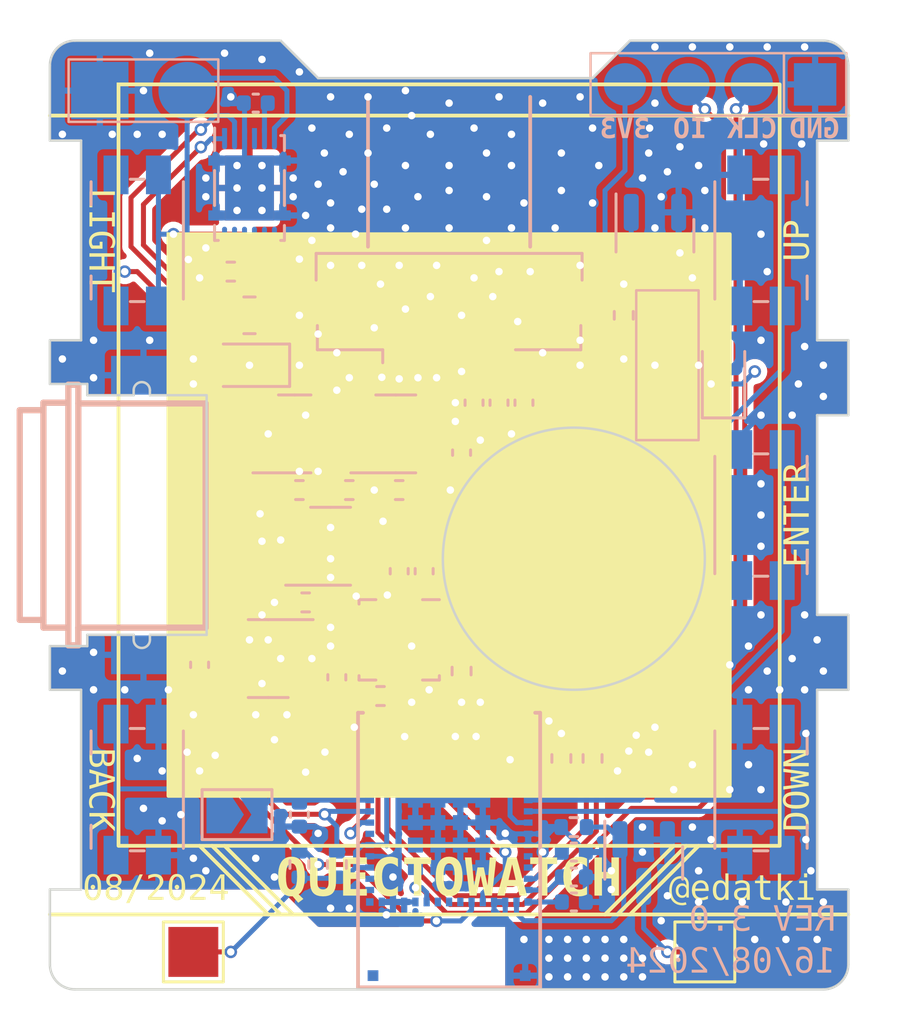
<source format=kicad_pcb>
(kicad_pcb (version 20221018) (generator pcbnew)
  (layers (0 "F.Cu" signal) (31 "B.Cu" signal) (34 "B.Paste" user) (35 "F.Paste" user) (36 "B.SilkS" user "B.Silkscreen") (37 "F.SilkS" user "F.Silkscreen") (38 "B.Mask" user) (39 "F.Mask" user) (44 "Edge.Cuts" user))
  (net 0 "")
  (net 3 "+3V3")
  (net 4 "GND")
  (net 5 "VBUS")
  (net 6 "Net-(J1-CC1)")
  (net 7 "/USB_DP")
  (net 8 "/USB_DN")
  (net 9 "Net-(J1-CC2)")
  (net 10 "/LCD_SCLK")
  (net 11 "/LCD_SDI")
  (net 12 "/LCD_CS")
  (net 13 "/LCD_REFRESH")
  (net 14 "/~{SW_RESET}")
  (net 15 "Net-(U2-PC5)")
  (net 16 "Net-(U2-PB11)")
  (net 17 "Net-(U2-PB10)")
  (net 18 "Net-(J1-D+-PadA6)")
  (net 19 "Net-(J1-D--PadA7)")
  (net 20 "/SWDCLK")
  (net 21 "/SWDIO")
  (net 22 "Net-(U3-V_{DD})")
  (net 23 "/SW_LIGHT")
  (net 24 "/~{SW_UP}")
  (net 25 "/~{SW_MENU}")
  (net 26 "/~{SW_DOWN}")
  (net 31 "Net-(JP1-B)")
  (net 40 "Net-(J7-Pin_1)")
  (net 47 "Net-(D4-A)")
  (net 48 "+BATT")
  (net 49 "/LIGHT_EN")
  (net 50 "/AUX_EN")
  (net 51 "Net-(U3-BIN)")
  (net 52 "/FG_SDA")
  (net 53 "/FG_SCL")
  (net 54 "Net-(U4-PROG)")
  (net 55 "/IMU_SDA")
  (net 56 "/IMU_SCL")
  (net 60 "/FG_INT")
  (net 64 "/IMU_INT2")
  (net 65 "/IMU_INT1")
  (net 69 "Net-(#FLG06-pwr)")
  (net 70 "Net-(#FLG03-pwr)")
  (net 71 "Net-(#FLG04-pwr)")
  (footprint "TestPoint:TestPoint_Pad_2.0x2.0mm" (layer "F.Cu") (at 123.5 104.5)
    (fp_text reference "J7" hide)
    (fp_text value "LED-")
  )
  (footprint "TestPoint:TestPoint_Pad_2.0x2.0mm" (layer "F.Cu") (at 103 104.5)
    (fp_text reference "J6" hide)
    (fp_text value "LED+")
  )
  (footprint "Jumper:SolderJumper-2_P1.3mm_Open_TrianglePad1.0x1.5mm" (layer "B.Cu") (at 104.75 99)
    (fp_text reference "JP1" hide)
    (fp_text value "Jumper_2_Open")
  )
  (footprint "Resistor_SMD:R_0402_1005Metric" (layer "B.Cu") (at 109.25 86 180)
    (fp_text reference "R10" hide)
    (fp_text value "10K")
  )
  (footprint "local:USB-C-SMD_SHOUHAN_TYPE-C-16PFS-2JCB1.2-H6.5" (layer "B.Cu") (at 102.6 87 90)
    (fp_text reference "J1" hide)
    (fp_text value "USB_C_Receptacle_USB2.0")
  )
  (footprint "Capacitor_SMD:C_0402_1005Metric" (layer "B.Cu") (at 118.25 102.5)
    (fp_text reference "C4" hide)
    (fp_text value "3.3pF")
  )
  (footprint "Capacitor_SMD:C_0402_1005Metric" (layer "B.Cu") (at 114.25 82.5 -90)
    (fp_text reference "C7" hide)
    (fp_text value "100nF")
  )
  (footprint "Resistor_SMD:R_0402_1005Metric" (layer "B.Cu") (at 108.75 101 90)
    (fp_text reference "R7" hide)
    (fp_text value "10K")
  )
  (footprint "local:1x02_2.54_Pads" (layer "B.Cu") (at 101 70 -90)
    (fp_text reference "J3" hide)
    (fp_text value "BAT")
  )
  (footprint "Diode_SMD:D_SOD-323" (layer "B.Cu") (at 124.25 81.5 90)
    (fp_text reference "D4" hide)
    (fp_text value "1N5819WS")
  )
  (footprint "Resistor_SMD:R_0402_1005Metric" (layer "B.Cu") (at 110.5 94.25)
    (fp_text reference "R13" hide)
    (fp_text value "10K")
  )
  (footprint "Capacitor_SMD:C_0402_1005Metric" (layer "B.Cu") (at 111.25 89.25 90)
    (fp_text reference "C11" hide)
    (fp_text value "100nF")
  )
  (footprint "local:1x02_2.54_Pads" (layer "B.Cu") (at 122 81)
    (fp_text reference "J5" hide)
    (fp_text value "AUX")
  )
  (footprint "local:Panasonic_EVQPUA_EVQPUJ" (layer "B.Cu") (at 100.75 98 -90)
    (fp_text reference "SW2" hide)
    (fp_text value "SW_Push")
  )
  (footprint "Capacitor_SMD:C_0402_1005Metric" (layer "B.Cu") (at 112.25 89.25 90)
    (fp_text reference "C12" hide)
    (fp_text value "10uF")
  )
  (footprint "local:Panasonic_EVQPUA_EVQPUJ" (layer "B.Cu") (at 125.75 87 90)
    (fp_text reference "SW4" hide)
    (fp_text value "SW_Push")
  )
  (footprint "Package_TO_SOT_SMD:SOT-23-6" (layer "B.Cu") (at 108.5 88.25)
    (fp_text reference "U1" hide)
    (fp_text value "USBLC6-2SC6")
  )
  (footprint "Capacitor_SMD:C_0402_1005Metric" (layer "B.Cu") (at 116.25 82.5 -90)
    (fp_text reference "C9" hide)
    (fp_text value "1uF")
  )
  (footprint "Resistor_SMD:R_0805_2012Metric" (layer "B.Cu") (at 105.25 79)
    (fp_text reference "R3" hide)
    (fp_text value "R01 1%")
  )
  (footprint "Package_TO_SOT_SMD:SOT-23-5" (layer "B.Cu") (at 111.1125 83.75)
    (fp_text reference "U4" hide)
    (fp_text value "TP4054")
  )
  (footprint "Connector_FFC-FPC:Molex_54548-1071_1x10-1MP_P0.5mm_Horizontal" (layer "B.Cu") (at 113.25 79.375)
    (fp_text reference "J4" hide)
    (fp_text value "LCD")
  )
  (footprint "Resistor_SMD:R_0402_1005Metric" (layer "B.Cu") (at 107.25 101 90)
    (fp_text reference "R8" hide)
    (fp_text value "10K")
  )
  (footprint "Resistor_SMD:R_0402_1005Metric" (layer "B.Cu") (at 104.5 77.25 180)
    (fp_text reference "R6" hide)
    (fp_text value "10K")
  )
  (footprint "Resistor_SMD:R_0402_1005Metric" (layer "B.Cu") (at 117.75 96.75 -90)
    (fp_text reference "R4" hide)
    (fp_text value "470R")
  )
  (footprint "Package_LGA:LGA-16_3x3mm_P0.5mm_LayoutBorder3x5y" (layer "B.Cu") (at 111.25 92 180)
    (fp_text reference "U5" hide)
    (fp_text value "LIS3DH")
  )
  (footprint "Package_TO_SOT_SMD:SOT-23" (layer "B.Cu") (at 121.5 75.8125 -90)
    (fp_text reference "Q3" hide)
    (fp_text value "AO3400A")
  )
  (footprint "local:LCC-LGA-86_L11.0-W7.3_STM32WB5MMGH6TR" (layer "B.Cu") (at 113.25 100.35)
    (fp_text reference "U2" hide)
    (fp_text value "STM32WB5MMGH6TR")
  )
  (footprint "Resistor_SMD:R_0402_1005Metric" (layer "B.Cu") (at 118.25 99.5 180)
    (fp_text reference "R12" hide)
    (fp_text value "100K")
  )
  (footprint "Capacitor_SMD:C_0402_1005Metric" (layer "B.Cu") (at 103.25 93 -90)
    (fp_text reference "C10" hide)
    (fp_text value "1uF")
  )
  (footprint "Resistor_SMD:R_0402_1005Metric" (layer "B.Cu") (at 120.25 79 -90)
    (fp_text reference "R15" hide)
    (fp_text value "100K")
  )
  (footprint "Capacitor_SMD:C_0402_1005Metric" (layer "B.Cu") (at 108.75 93.5 90)
    (fp_text reference "C13" hide)
    (fp_text value "1uF")
  )
  (footprint "local:Panasonic_EVQPUA_EVQPUJ" (layer "B.Cu") (at 125.75 76 90)
    (fp_text reference "SW3" hide)
    (fp_text value "SW_Push")
  )
  (footprint "Package_TO_SOT_SMD:SOT-23" (layer "B.Cu") (at 121.05 100.9375 -90)
    (fp_text reference "Q2" hide)
    (fp_text value "AO3400A")
  )
  (footprint "Resistor_SMD:R_0402_1005Metric" (layer "B.Cu") (at 119 96.75 -90)
    (fp_text reference "R5" hide)
    (fp_text value "1K")
  )
  (footprint "Capacitor_SMD:C_0402_1005Metric" (layer "B.Cu") (at 115.25 82.5 -90)
    (fp_text reference "C8" hide)
    (fp_text value "1uF")
  )
  (footprint "Capacitor_SMD:C_0402_1005Metric" (layer "B.Cu") (at 105.5 70.5 180)
    (fp_text reference "C5" hide)
    (fp_text value "470nF")
  )
  (footprint "Resistor_SMD:R_0402_1005Metric" (layer "B.Cu") (at 107.25 86)
    (fp_text reference "R1" hide)
    (fp_text value "5K1")
  )
  (footprint "Capacitor_SMD:C_0402_1005Metric" (layer "B.Cu") (at 113.75 84.5 -90)
    (fp_text reference "C6" hide)
    (fp_text value "1uF")
  )
  (footprint "local:1x04_2.54_Pads" (layer "B.Cu") (at 127.92 69.75 90)
    (fp_text reference "J2" hide)
    (fp_text value "PROG")
  )
  (footprint "Capacitor_SMD:C_0402_1005Metric" (layer "B.Cu") (at 118.25 101.5)
    (fp_text reference "C3" hide)
    (fp_text value "3.3pF")
  )
  (footprint "Package_SON:Texas_S-PDSO-N12" (layer "B.Cu") (at 105.25 73.9 -90)
    (fp_text reference "U3" hide)
    (fp_text value "BQ27441DRZR-G1A")
  )
  (footprint "Diode_SMD:D_SOD-323" (layer "B.Cu") (at 105.25 81 180)
    (fp_text reference "D1" hide)
    (fp_text value "1N5819WS")
  )
  (footprint "Package_TO_SOT_SMD:SOT-23" (layer "B.Cu") (at 107.0625 83.75)
    (fp_text reference "Q1" hide)
    (fp_text value "AO3401A")
  )
  (footprint "Resistor_SMD:R_0402_1005Metric" (layer "B.Cu") (at 111.25 86)
    (fp_text reference "R9" hide)
    (fp_text value "3.3K")
  )
  (footprint "local:Panasonic_EVQPUA_EVQPUJ" (layer "B.Cu") (at 100.75 76 -90)
    (fp_text reference "SW1" hide)
    (fp_text value "SW_Push")
  )
  (footprint "Package_TO_SOT_SMD:SOT-23-3" (layer "B.Cu") (at 106 92.75 180)
    (fp_text reference "U6" hide)
    (fp_text value "XC6206P332MR")
  )
  (footprint "Capacitor_SMD:C_0402_1005Metric" (layer "B.Cu") (at 118.25 100.5)
    (fp_text reference "C2" hide)
    (fp_text value "3.3pF")
  )
  (footprint "local:Panasonic_EVQPUA_EVQPUJ" (layer "B.Cu") (at 125.75 98 90)
    (fp_text reference "SW5" hide)
    (fp_text value "SW_Push")
  )
  (footprint "Resistor_SMD:R_0402_1005Metric" (layer "B.Cu") (at 107.5 90.5)
    (fp_text reference "R2" hide)
    (fp_text value "5K1")
  )
  (footprint "Capacitor_SMD:C_0402_1005Metric" (layer "B.Cu") (at 107.25 99 -90)
    (fp_text reference "C1" hide)
    (fp_text value "100nF")
  )
  (footprint "Resistor_SMD:R_0402_1005Metric" (layer "B.Cu") (at 113.75 93.25 -90)
    (fp_text reference "R14" hide)
    (fp_text value "10K")
  )
  (gr_line (start 116.5 76.25) (end 116.5 70.25) (stroke (width 0.15)) (layer "B.SilkS"))
  (gr_line (start 110 76.25) (end 110 70.25) (stroke (width 0.15)) (layer "B.SilkS"))
  (gr_line (start 103.75 100.25) (end 106.5 103) (stroke (width 0.15)) (layer "F.SilkS"))
  (gr_line (start 97.25 103) (end 129.25 103) (stroke (width 0.15)) (layer "F.SilkS"))
  (gr_rect (start 102 75.75) (end 124.5 98.25) (stroke (width 0.15)) (fill solid) (layer "F.SilkS"))
  (gr_line (start 122.25 100.25) (end 119.5 103) (stroke (width 0.15)) (layer "F.SilkS"))
  (gr_rect (start 100 69.75) (end 126.5 100.25) (stroke (width 0.15)) (fill none) (layer "F.SilkS"))
  (gr_line (start 97.25 71) (end 129.25 71) (stroke (width 0.15)) (layer "F.SilkS"))
  (gr_line (start 122.75 100.25) (end 120 103) (stroke (width 0.15)) (layer "F.SilkS"))
  (gr_line (start 104.25 100.25) (end 107 103) (stroke (width 0.15)) (layer "F.SilkS"))
  (gr_line (start 123.25 100.25) (end 120.5 103) (stroke (width 0.15)) (layer "F.SilkS"))
  (gr_line (start 103.25 100.25) (end 106 103) (stroke (width 0.15)) (layer "F.SilkS"))
  (gr_line (start 97.25 80) (end 97.25 81.75) (stroke (width 0.1)) (layer "Edge.Cuts"))
  (gr_line (start 128 94) (end 128 102) (stroke (width 0.1)) (layer "Edge.Cuts"))
  (gr_line (start 98.5 72) (end 97.25 72) (stroke (width 0.1)) (layer "Edge.Cuts"))
  (gr_arc (start 128.25 68) (mid 128.957107 68.292893) (end 129.25 69) (stroke (width 0.1)) (layer "Edge.Cuts"))
  (gr_line (start 129.25 91) (end 129.25 94) (stroke (width 0.1)) (layer "Edge.Cuts"))
  (gr_line (start 100.6075 82.2) (end 100.6075 82) (stroke (width 0.1)) (layer "Edge.Cuts"))
  (gr_line (start 100.6075 91.8) (end 98.75 91.8) (stroke (width 0.1)) (layer "Edge.Cuts"))
  (gr_line (start 101.2575 82.2) (end 103.5325 82.2) (stroke (width 0.1)) (layer "Edge.Cuts"))
  (gr_line (start 97.25 94) (end 98.5 94) (stroke (width 0.1)) (layer "Edge.Cuts"))
  (gr_line (start 101.2575 91.8) (end 101.2575 92) (stroke (width 0.1)) (layer "Edge.Cuts"))
  (gr_line (start 129.25 80) (end 129.25 83) (stroke (width 0.1)) (layer "Edge.Cuts"))
  (gr_line (start 129.25 102) (end 129.25 105) (stroke (width 0.1)) (layer "Edge.Cuts"))
  (gr_line (start 119 69.5) (end 120.5 68) (stroke (width 0.1)) (layer "Edge.Cuts"))
  (gr_line (start 128 80) (end 128 72) (stroke (width 0.1)) (layer "Edge.Cuts"))
  (gr_circle (center 118.25 88.75) (end 123.5 88.75) (stroke (width 0.1)) (fill none) (layer "Edge.Cuts"))
  (gr_line (start 129.25 80) (end 128 80) (stroke (width 0.1)) (layer "Edge.Cuts"))
  (gr_line (start 128 83) (end 129.25 83) (stroke (width 0.1)) (layer "Edge.Cuts"))
  (gr_line (start 98.5 102) (end 97.25 102) (stroke (width 0.1)) (layer "Edge.Cuts"))
  (gr_line (start 120.5 68) (end 128.25 68) (stroke (width 0.1)) (layer "Edge.Cuts"))
  (gr_line (start 97.25 69) (end 97.25 72) (stroke (width 0.1)) (layer "Edge.Cuts"))
  (gr_line (start 97.25 81.75) (end 98.75 81.75) (stroke (width 0.1)) (layer "Edge.Cuts"))
  (gr_arc (start 101.2575 92) (mid 100.9325 92.325) (end 100.6075 92) (stroke (width 0.1)) (layer "Edge.Cuts"))
  (gr_line (start 97.25 94) (end 97.25 92.25) (stroke (width 0.1)) (layer "Edge.Cuts"))
  (gr_line (start 100.6075 92) (end 100.6075 91.8) (stroke (width 0.1)) (layer "Edge.Cuts"))
  (gr_line (start 128 91) (end 128 83) (stroke (width 0.1)) (layer "Edge.Cuts"))
  (gr_arc (start 129.25 105) (mid 128.957107 105.707107) (end 128.25 106) (stroke (width 0.1)) (layer "Edge.Cuts"))
  (gr_arc (start 97.25 69) (mid 97.542893 68.292893) (end 98.25 68) (stroke (width 0.1)) (layer "Edge.Cuts"))
  (gr_line (start 97.25 92.25) (end 98.75 92.25) (stroke (width 0.1)) (layer "Edge.Cuts"))
  (gr_line (start 106.5 68) (end 98.25 68) (stroke (width 0.1)) (layer "Edge.Cuts"))
  (gr_line (start 98.75 82.2) (end 100.6075 82.2) (stroke (width 0.1)) (layer "Edge.Cuts"))
  (gr_line (start 129.25 94) (end 128 94) (stroke (width 0.1)) (layer "Edge.Cuts"))
  (gr_arc (start 100.6075 82) (mid 100.9325 81.675) (end 101.2575 82) (stroke (width 0.1)) (layer "Edge.Cuts"))
  (gr_line (start 97.25 80) (end 98.5 80) (stroke (width 0.1)) (layer "Edge.Cuts"))
  (gr_line (start 98.75 82.2) (end 98.75 81.75) (stroke (width 0.1)) (layer "Edge.Cuts"))
  (gr_line (start 101.2575 82.2) (end 101.2575 82) (stroke (width 0.1)) (layer "Edge.Cuts"))
  (gr_line (start 98.5 80) (end 98.5 72) (stroke (width 0.1)) (layer "Edge.Cuts"))
  (gr_line (start 129.25 91) (end 128 91) (stroke (width 0.1)) (layer "Edge.Cuts"))
  (gr_arc (start 98.25 106) (mid 97.542893 105.707107) (end 97.25 105) (stroke (width 0.1)) (layer "Edge.Cuts"))
  (gr_line (start 128 102) (end 129.25 102) (stroke (width 0.1)) (layer "Edge.Cuts"))
  (gr_line (start 129.25 72) (end 128 72) (stroke (width 0.1)) (layer "Edge.Cuts"))
  (gr_line (start 97.25 105) (end 97.25 102) (stroke (width 0.1)) (layer "Edge.Cuts"))
  (gr_line (start 128.25 106) (end 98.25 106) (stroke (width 0.1)) (layer "Edge.Cuts"))
  (gr_line (start 103.5325 91.8) (end 101.2575 91.8) (stroke (width 0.1)) (layer "Edge.Cuts"))
  (gr_line (start 119 69.5) (end 108 69.5) (stroke (width 0.1)) (layer "Edge.Cuts"))
  (gr_line (start 98.75 91.8) (end 98.75 92.25) (stroke (width 0.1)) (layer "Edge.Cuts"))
  (gr_line (start 129.25 69) (end 129.25 72) (stroke (width 0.1)) (layer "Edge.Cuts"))
  (gr_line (start 98.5 94) (end 98.5 102) (stroke (width 0.1)) (layer "Edge.Cuts"))
  (gr_line (start 108 69.5) (end 106.5 68) (stroke (width 0.1)) (layer "Edge.Cuts"))
  (gr_line (start 103.5325 82.2) (end 103.5325 91.8) (stroke (width 0.1)) (layer "Edge.Cuts"))
  (gr_text "IO" (at 122.9 71.1) (layer "B.SilkS") (effects (font (size 0.8 0.8) (thickness 0.15) bold) (justify top mirror)))
  (gr_text "REV 3.0\n16/08/2024" (at 128.75 105.5) (layer "B.SilkS") (effects (font (size 1 1) (thickness 0.1875)) (justify left bottom mirror)))
  (gr_text "3V3" (at 120.3 71.1) (layer "B.SilkS") (effects (font (size 0.8 0.8) (thickness 0.15) bold) (justify top mirror)))
  (gr_text "CLK" (at 125.4 71.1) (layer "B.SilkS") (effects (font (size 0.8 0.8) (thickness 0.15) bold) (justify top mirror)))
  (gr_text "GND" (at 127.9 71.1) (layer "B.SilkS") (effects (font (size 0.8 0.8) (thickness 0.15) bold) (justify top mirror)))
  (gr_text "@edatki" (at 125 102) (layer "F.SilkS") (effects (font (size 1 1) (thickness 0.1875))))
  (gr_text "BACK" (at 99.25 98 270) (layer "F.SilkS") (effects (font (size 1 1) (thickness 0.1875))))
  (gr_text "08/2024" (at 101.5 102) (layer "F.SilkS") (effects (font (size 1 1) (thickness 0.1875))))
  (gr_text "UP" (at 127.25 76 90) (layer "F.SilkS") (effects (font (size 1 1) (thickness 0.1875))))
  (gr_text "DOWN" (at 127.25 98 90) (layer "F.SilkS") (effects (font (size 1 1) (thickness 0.1875))))
  (gr_text "QUECTOWATCH" (at 113.25 102.5) (layer "F.SilkS") (effects (font (size 1.5 1.5) (thickness 0.3) bold) (justify bottom)))
  (gr_text "LIGHT" (at 99.25 76 270) (layer "F.SilkS") (effects (font (size 1 1) (thickness 0.1875))))
  (gr_text "ENTER" (at 127.25 87 90) (layer "F.SilkS") (effects (font (size 1 1) (thickness 0.1875))))
  (segment (start 110 80.75) (end 105 75.75) (width 0.2) (layer "F.Cu") (net 3))
  (segment (start 110 82.75) (end 110 80.75) (width 0.2) (layer "F.Cu") (net 3))
  (segment (start 105 75.75) (end 102.2005 75.75) (width 0.2) (layer "F.Cu") (net 3))
  (segment (start 104.5 104.5) (end 103 104.5) (width 0.2) (layer "F.Cu") (net 3))
  (segment (start 111.15 89.83) (end 111.15 83.9) (width 0.2) (layer "F.Cu") (net 3))
  (segment (start 113.25 80.75) (end 110 80.75) (width 0.2) (layer "F.Cu") (net 3))
  (segment (start 111.15 83.9) (end 110 82.75) (width 0.2) (layer "F.Cu") (net 3))
  (segment (start 113.75 81.25) (end 113.25 80.75) (width 0.2) (layer "F.Cu") (net 3))
  (segment (start 110.775 90.205) (end 111.15 89.83) (width 0.2) (layer "F.Cu") (net 3))
  (via (at 113.75 81.25) (size 0.5) (drill 0.3) (layers "F.Cu" "B.Cu") (net 3))
  (via (at 104.5 104.5) (size 0.5) (drill 0.3) (layers "F.Cu" "B.Cu") (net 3))
  (via (at 110.775 90.205) (size 0.5) (drill 0.3) (layers "F.Cu" "B.Cu") (net 3))
  (via (at 102.2005 75.75) (size 0.5) (drill 0.3) (layers "F.Cu" "B.Cu") (net 3))
  (segment (start 112.5 89.98) (end 112.25 89.73) (width 0.2) (layer "B.Cu") (net 3))
  (segment (start 114.25 82.02) (end 119.5 82.02) (width 0.2) (layer "B.Cu") (net 3))
  (segment (start 110.07 100.22) (end 109.78 100.22) (width 0.2) (layer "B.Cu") (net 3))
  (segment (start 108.75 95.75) (end 108.75 93.98) (width 0.2) (layer "B.Cu") (net 3))
  (segment (start 109.07 101.55) (end 107.54 101.55) (width 0.2) (layer "B.Cu") (net 3))
  (segment (start 110.72 100.22) (end 110.75 100.25) (width 0.2) (layer "B.Cu") (net 3))
  (segment (start 107.5 101.51) (end 104.51 104.5) (width 0.2) (layer "B.Cu") (net 3))
  (segment (start 110.07 94.33) (end 110.07 95.25) (width 0.2) (layer "B.Cu") (net 3))
  (segment (start 111.15 91.584314) (end 110.775 91.209314) (width 0.2) (layer "B.Cu") (net 3))
  (segment (start 113.75 81.52) (end 114.25 82.02) (width 0.2) (layer "B.Cu") (net 3))
  (segment (start 113.75 81.25) (end 113.75 80.4) (width 0.2) (layer "B.Cu") (net 3))
  (segment (start 112.25 89.73) (end 111.25 89.73) (width 0.2) (layer "B.Cu") (net 3))
  (segment (start 121.02 82.02) (end 122 83) (width 0.2) (layer "B.Cu") (net 3))
  (segment (start 101.6 75.75) (end 101.6 78.625) (width 0.2) (layer "B.Cu") (net 3))
  (segment (start 109.78 100.22) (end 109.5 100.5) (width 0.2) (layer "B.Cu") (net 3))
  (segment (start 101.6 75.75) (end 102.2005 75.75) (width 0.2) (layer "B.Cu") (net 3))
  (segment (start 110.775 91.209314) (end 110.775 90.205) (width 0.2) (layer "B.Cu") (net 3))
  (segment (start 111.25 89.73) (end 110.775 90.205) (width 0.2) (layer "B.Cu") (net 3))
  (segment (start 109.5 93.98) (end 110.27 93.98) (width 0.2) (layer "B.Cu") (net 3))
  (segment (start 110.775 92.790686) (end 111.15 92.415686) (width 0.2) (layer "B.Cu") (net 3))
  (segment (start 112.798008 91) (end 113.75 91.951992) (width 0.2) (layer "B.Cu") (net 3))
  (segment (start 109.5 101.12) (end 109.07 101.55) (width 0.2) (layer "B.Cu") (net 3))
  (segment (start 110.07 96.17) (end 110.42 96.17) (width 0.2) (layer "B.Cu") (net 3))
  (segment (start 108.75 93.98) (end 109.5 93.98) (width 0.2) (layer "B.Cu") (net 3))
  (segment (start 111.15 92.415686) (end 111.15 91.584314) (width 0.2) (layer "B.Cu") (net 3))
  (segment (start 113.75 81.25) (end 113.75 81.52) (width 0.2) (layer "B.Cu") (net 3))
  (segment (start 122.45 82.55) (end 124.25 82.55) (width 0.2) (layer "B.Cu") (net 3))
  (segment (start 108.47 93.7) (end 108.75 93.98) (width 0.2) (layer "B.Cu") (net 3))
  (segment (start 112.475 91) (end 112.798008 91) (width 0.2) (layer "B.Cu") (net 3))
  (segment (start 110.27 93.98) (end 110.24 94.01) (width 0.2) (layer "B.Cu") (net 3))
  (segment (start 110.07 96.17) (end 109.17 96.17) (width 0.2) (layer "B.Cu") (net 3))
  (segment (start 110.775 93.475) (end 110.775 92.790686) (width 0.2) (layer "B.Cu") (net 3))
  (segment (start 109.5 100.5) (end 109.5 101.12) (width 0.2) (layer "B.Cu") (net 3))
  (segment (start 101.6 73.375) (end 101.6 75.75) (width 0.2) (layer "B.Cu") (net 3))
  (segment (start 119.5 74) (end 119.5 82.02) (width 0.2) (layer "B.Cu") (net 3))
  (segment (start 119.5 82.02) (end 121.02 82.02) (width 0.2) (layer "B.Cu") (net 3))
  (segment (start 110.42 96.17) (end 110.75 96.5) (width 0.2) (layer "B.Cu") (net 3))
  (segment (start 113.75 80.4) (end 114.5 80.4) (width 0.2) (layer "B.Cu") (net 3))
  (segment (start 122 83) (end 122.45 82.55) (width 0.2) (layer "B.Cu") (net 3))
  (segment (start 113 80.4) (end 113.75 80.4) (width 0.2) (layer "B.Cu") (net 3))
  (segment (start 109.17 96.17) (end 108.75 95.75) (width 0.2) (layer "B.Cu") (net 3))
  (segment (start 110.07 101.12) (end 109.5 101.12) (width 0.2) (layer "B.Cu") (net 3))
  (segment (start 107.1375 93.7) (end 108.47 93.7) (width 0.2) (layer "B.Cu") (net 3))
  (segment (start 107.54 101.55) (end 107.5 101.51) (width 0.2) (layer "B.Cu") (net 3))
  (segment (start 112.5 91) (end 112.5 89.98) (width 0.2) (layer "B.Cu") (net 3))
  (segment (start 110.07 100.22) (end 110.72 100.22) (width 0.2) (layer "B.Cu") (net 3))
  (segment (start 120.3 69.75) (end 120.3 73.2) (width 0.2) (layer "B.Cu") (net 3))
  (segment (start 120.3 73.2) (end 119.5 74) (width 0.2) (layer "B.Cu") (net 3))
  (segment (start 110.75 96.5) (end 110.75 100.25) (width 0.2) (layer "B.Cu") (net 3))
  (segment (start 113.75 91.951992) (end 113.75 92.74) (width 0.2) (layer "B.Cu") (net 3))
  (segment (start 109.99 94.25) (end 110.07 94.33) (width 0.2) (layer "B.Cu") (net 3))
  (segment (start 104.51 104.5) (end 104.5 104.5) (width 0.2) (layer "B.Cu") (net 3))
  (segment (start 110.27 93.98) (end 110.775 93.475) (width 0.2) (layer "B.Cu") (net 3))
  (via (at 110.25 86) (size 0.5) (drill 0.3) (layers "F.Cu" "B.Cu") (net 4))
  (via (at 107.25 85.25) (size 0.5) (drill 0.3) (layers "F.Cu" "B.Cu") (net 4))
  (via (at 124.5 93) (size 0.5) (drill 0.3) (layers "F.Cu" "B.Cu") (net 4))
  (via (at 127.549502 100) (size 0.5) (drill 0.3) (layers "F.Cu" "B.Cu") (net 4))
  (via (at 108.5 77) (size 0.5) (drill 0.3) (layers "F.Cu" "B.Cu") (net 4))
  (via (at 121 73.5) (size 0.5) (drill 0.3) (layers "F.Cu" "B.Cu") (net 4))
  (via (at 123.75 100) (size 0.5) (drill 0.3) (layers "F.Cu" "B.Cu") (net 4))
  (via (at 110.25 73.75) (size 0.5) (drill 0.3) (layers "F.Cu" "B.Cu") (net 4))
  (via (at 108.5 74.5) (size 0.5) (drill 0.3) (layers "F.Cu" "B.Cu") (net 4))
  (via (at 100.25 94) (size 0.5) (drill 0.3) (layers "F.Cu" "B.Cu") (net 4))
  (via (at 112.75 77) (size 0.5) (drill 0.3) (layers "F.Cu" "B.Cu") (net 4))
  (via (at 117.25 104.75) (size 0.5) (drill 0.3) (layers "F.Cu" "B.Cu") (net 4))
  (via (at 116.5 77.25) (size 0.5) (drill 0.3) (layers "F.Cu" "B.Cu") (net 4))
  (via (at 114.25 77.5) (size 0.5) (drill 0.3) (layers "F.Cu" "B.Cu") (net 4))
  (via (at 121.5 95.5) (size 0.5) (drill 0.3) (layers "F.Cu" "B.Cu") (net 4))
  (via (at 107.75 76) (size 0.5) (drill 0.3) (layers "F.Cu" "B.Cu") (net 4))
  (via (at 103 80.75) (size 0.5) (drill 0.3) (layers "F.Cu" "B.Cu") (net 4))
  (via (at 119 74.5) (size 0.5) (drill 0.3) (layers "F.Cu" "B.Cu") (net 4))
  (via (at 110.75 71.5) (size 0.5) (drill 0.3) (layers "F.Cu" "B.Cu") (net 4))
  (via (at 110.75 74.75) (size 0.5) (drill 0.3) (layers "F.Cu" "B.Cu") (net 4))
  (via (at 100.75 96.75) (size 0.5) (drill 0.3) (layers "F.Cu" "B.Cu") (net 4))
  (via (at 119.5 104.75) (size 0.5) (drill 0.3) (layers "F.Cu" "B.Cu") (net 4))
  (via (at 121.25 96.5) (size 0.5) (drill 0.3) (layers "F.Cu" "B.Cu") (net 4))
  (via (at 102.5 99) (size 0.5) (drill 0.3) (layers "F.Cu" "B.Cu") (net 4))
  (via (at 127.5 80.25) (size 0.5) (drill 0.3) (layers "F.Cu" "B.Cu") (net 4))
  (via (at 125.75 83) (size 0.5) (drill 0.3) (layers "F.Cu" "B.Cu") (net 4))
  (via (at 125.75 98) (size 0.5) (drill 0.3) (layers "F.Cu" "B.Cu") (net 4))
  (via (at 100.75 71.75) (size 0.5) (drill 0.3) (layers "F.Cu" "B.Cu") (net 4))
  (via (at 115.5 99.75) (size 0.5) (drill 0.3) (layers "F.Cu" "B.Cu") (net 4))
  (via (at 121 104.75) (size 0.5) (drill 0.3) (layers "F.Cu" "B.Cu") (net 4))
  (via (at 113.5 83.25) (size 0.5) (drill 0.3) (layers "F.Cu" "B.Cu") (net 4))
  (via (at 109 73.25) (size 0.5) (drill 0.3) (layers "F.Cu" "B.Cu") (net 4))
  (via (at 109.25 71.75) (size 0.5) (drill 0.3) (layers "F.Cu" "B.Cu") (net 4))
  (via (at 126.5 94) (size 0.5) (drill 0.3) (layers "F.Cu" "B.Cu") (net 4))
  (via (at 125.75 88.25) (size 0.5) (drill 0.3) (layers "F.Cu" "B.Cu") (net 4))
  (via (at 125.5 104) (size 0.5) (drill 0.3) (layers "F.Cu" "B.Cu") (net 4))
  (via (at 107.25 81) (size 0.5) (drill 0.3) (layers "F.Cu" "B.Cu") (net 4))
  (via (at 118 104.75) (size 0.5) (drill 0.3) (layers "F.Cu" "B.Cu") (net 4))
  (via (at 107.25 69.25) (size 0.5) (drill 0.3) (layers "F.Cu" "B.Cu") (net 4))
  (via (at 113.25 70.5) (size 0.5) (drill 0.3) (layers "F.Cu" "B.Cu") (net 4))
  (via (at 119.5 104) (size 0.5) (drill 0.3) (layers "F.Cu" "B.Cu") (net 4))
  (via (at 127.75 101.25) (size 0.5) (drill 0.3) (layers "F.Cu" "B.Cu") (net 4))
  (via (at 104.5 70.25) (size 0.5) (drill 0.3) (layers "F.Cu" "B.Cu") (net 4))
  (via (at 126 93.25) (size 0.5) (drill 0.3) (layers "F.Cu" "B.Cu") (net 4))
  (via (at 116.25 104) (size 0.5) (drill 0.3) (layers "F.Cu" "B.Cu") (net 4))
  (via (at 126 77.25) (size 0.5) (drill 0.3) (layers "F.Cu" "B.Cu") (net 4))
  (via (at 108.5 70.25) (size 0.5) (drill 0.3) (layers "F.Cu" "B.Cu") (net 4))
  (via (at 125.75 75.75) (size 0.5) (drill 0.3) (layers "F.Cu" "B.Cu") (net 4))
  (via (at 127.5 94) (size 0.5) (drill 0.3) (layers "F.Cu" "B.Cu") (net 4))
  (via (at 120.25 80.75) (size 0.5) (drill 0.3) (layers "F.Cu" "B.Cu") (net 4))
  (via (at 118.75 104) (size 0.5) (drill 0.3) (layers "F.Cu" "B.Cu") (net 4))
  (via (at 105.75 91) (size 0.5) (drill 0.3) (layers "F.Cu" "B.Cu") (net 4))
  (via (at 113.25 74) (size 0.5) (drill 0.3) (layers "F.Cu" "B.Cu") (net 4))
  (via (at 121.5 68.25) (size 0.5) (drill 0.3) (layers "F.Cu" "B.Cu") (net 4))
  (via (at 108.75 82) (size 0.5) (drill 0.3) (layers "F.Cu" "B.Cu") (net 4))
  (via (at 117.75 72.5) (size 0.5) (drill 0.3) (layers "F.Cu" "B.Cu") (net 4))
  (via (at 107 73.5) (size 0.5) (drill 0.3) (layers "F.Cu" "B.Cu") (net 4))
  (via (at 111.5 78.75) (size 0.5) (drill 0.3) (layers "F.Cu" "B.Cu") (net 4))
  (via (at 105.25 81) (size 0.5) (drill 0.3) (layers "F.Cu" "B.Cu") (net 4))
  (via (at 127.25 81.75) (size 0.5) (drill 0.3) (layers "F.Cu" "B.Cu") (net 4))
  (via (at 125.857 72.136) (size 0.5) (drill 0.3) (layers "F.Cu" "B.Cu") (net 4))
  (via (at 123 97) (size 0.5) (drill 0.3) (layers "F.Cu" "B.Cu") (net 4))
  (via (at 102.7995 76.763556) (size 0.5) (drill 0.3) (layers "F.Cu" "B.Cu") (net 4))
  (via (at 115.25 70.25) (size 0.5) (drill 0.3) (layers "F.Cu" "B.Cu") (net 4))
  (via (at 110.25 79.5) (size 0.5) (drill 0.3) (layers "F.Cu" "B.Cu") (net 4))
  (via (at 125.25 94) (size 0.5) (drill 0.3) (layers "F.Cu" "B.Cu") (net 4))
  (via (at 117.25 95.25) (size 0.5) (drill 0.3) (layers "F.Cu" "B.Cu") (net 4))
  (via (at 105.5 100.75) (size 0.5) (drill 0.3) (layers "F.Cu" "B.Cu") (net 4))
  (via (at 108.5 88.75) (size 0.5) (drill 0.3) (layers "F.Cu" "B.Cu") (net 4))
  (via (at 128.25 81) (size 0.5) (drill 0.3) (layers "F.Cu" "B.Cu") (net 4))
  (via (at 106.5 88) (size 0.5) (drill 0.3) (layers "F.Cu" "B.Cu") (net 4))
  (via (at 99 81.5) (size 0.5) (drill 0.3) (layers "F.Cu" "B.Cu") (net 4))
  (via (at 127 83) (size 0.5) (drill 0.3) (layers "F.Cu" "B.Cu") (net 4))
  (via (at 126.75 102.5) (size 0.5) (drill 0.3) (layers "F.Cu" "B.Cu") (net 4))
  (via (at 101 98.75) (size 0.5) (drill 0.3) (layers "F.Cu" "B.Cu") (net 4))
  (via (at 116 79.25) (size 0.5) (drill 0.3) (layers "F.Cu" "B.Cu") (net 4))
  (via (at 103.5 101.25) (size 0.5) (drill 0.3) (layers "F.Cu" "B.Cu") (net 4))
  (via (at 115 78.25) (size 0.5) (drill 0.3) (layers "F.Cu" "B.Cu") (net 4))
  (via (at 107 74.25) (size 0.5) (drill 0.3) (layers "F.Cu" "B.Cu") (net 4))
  (via (at 123.25 102.5) (size 0.5) (drill 0.3) (layers "F.Cu" "B.Cu") (net 4))
  (via (at 118.5 80) (size 0.5) (drill 0.3) (layers "F.Cu" "B.Cu") (net 4))
  (via (at 121.75 74.25) (size 0.5) (drill 0.3) (layers "F.Cu" "B.Cu") (net 4))
  (via (at 108 73.75) (size 0.5) (drill 0.3) (layers "F.Cu" "B.Cu") (net 4))
  (via (at 103.5 73.5) (size 0.5) (drill 0.3) (layers "F.Cu" "B.Cu") (net 4))
  (via (at 121 105.5) (size 0.5) (drill 0.3) (layers "F.Cu" "B.Cu") (net 4))
  (via (at 122 73.25) (size 0.5) (drill 0.3) (layers "F.Cu" "B.Cu") (net 4))
  (via (at 116.25 74.5) (size 0.5) (drill 0.3) (layers "F.Cu" "B.Cu") (net 4))
  (via (at 125.75 80) (size 0.5) (drill 0.3) (layers "F.Cu" "B.Cu") (net 4))
  (via (at 128.25 82.25) (size 0.5) (drill 0.3) (layers "F.Cu" "B.Cu") (net 4))
  (via (at 113.2995 86) (size 0.5) (drill 0.3) (layers "F.Cu" "B.Cu") (net 4))
  (via (at 114.75 74.25) (size 0.5) (drill 0.3) (layers "F.Cu" "B.Cu") (net 4))
  (via (at 109.25 81.5) (size 0.5) (drill 0.3) (layers "F.Cu" "B.Cu") (net 4))
  (via (at 113.75 79) (size 0.5) (drill 0.3) (layers "F.Cu" "B.Cu") (net 4))
  (via (at 105.5 95) (size 0.5) (drill 0.3) (layers "F.Cu" "B.Cu") (net 4))
  (via (at 122 102.25) (size 0.5) (drill 0.3) (layers "F.Cu" "B.Cu") (net 4))
  (via (at 107.5 75) (size 0.5) (drill 0.3) (layers "F.Cu" "B.Cu") (net 4))
  (via (at 121.75 103.25) (size 0.5) (drill 0.3) (layers "F.Cu" "B.Cu") (net 4))
  (via (at 109.75 77) (size 0.5) (drill 0.3) (layers "F.Cu" "B.Cu") (net 4))
  (via (at 103 81.75) (size 0.5) (drill 0.3) (layers "F.Cu" "B.Cu") (net 4))
  (via (at 123.25 101.25) (size 0.5) (drill 0.3) (layers "F.Cu" "B.Cu") (net 4))
  (via (at 127.381 72.136) (size 0.5) (drill 0.3) (layers "F.Cu" "B.Cu") (net 4))
  (via (at 107.25 79) (size 0.5) (drill 0.3) (layers "F.Cu" "B.Cu") (net 4))
  (via (at 115.75 75.5) (size 0.5) (drill 0.3) (layers "F.Cu" "B.Cu") (net 4))
  (via (at 126 68.25) (size 0.5) (drill 0.3) (layers "F.Cu" "B.Cu") (net 4))
  (via (at 109.5 75.75) (size 0.5) (drill 0.3) (layers "F.Cu" "B.Cu") (net 4))
  (via (at 109.75 74.75) (size 0.5) (drill 0.3) (layers "F.Cu" "B.Cu") (net 4))
  (via (at 108.5 89.5) (size 0.5) (drill 0.3) (layers "F.Cu" "B.Cu") (net 4))
  (via (at 117 70.5) (size 0.5) (drill 0.3) (layers "F.Cu" "B.Cu") (net 4))
  (via (at 112.5 78.25) (size 0.5) (drill 0.3) (layers "F.Cu" "B.Cu") (net 4))
  (via (at 115.75 71.75) (size 0.5) (drill 0.3) (layers "F.Cu" "B.Cu") (net 4))
  (via (at 119.5 105.5) (size 0.5) (drill 0.3) (layers "F.Cu" "B.Cu") (net 4))
  (via (at 109.25 102.75) (size 0.5) (drill 0.3) (layers "F.Cu" "B.Cu") (net 4))
  (via (at 106.5 92.75) (size 0.5) (drill 0.3) (layers "F.Cu" "B.Cu") (net 4))
  (via (at 128 92) (size 0.5) (drill 0.3) (layers "F.Cu" "B.Cu") (net 4))
  (via (at 117.25 105.5) (size 0.5) (drill 0.3) (layers "F.Cu" "B.Cu") (net 4))
  (via (at 103 100.75) (size 0.5) (drill 0.3) (layers "F.Cu" "B.Cu") (net 4))
  (via (at 110 70.25) (size 0.5) (drill 0.3) (layers "F.Cu" "B.Cu") (net 4))
  (via (at 97.75 80.75) (size 0.5) (drill 0.3) (layers "F.Cu" "B.Cu") (net 4))
  (via (at 121.285 71.501) (size 0.5) (drill 0.3) (layers "F.Cu" "B.Cu") (net 4))
  (via (at 102.75 96.5) (size 0.5) (drill 0.3) (layers "F.Cu" "B.Cu") (net 4))
  (via (at 110 72.5) (size 0.5) (drill 0.3) (layers "F.Cu" "B.Cu") (net 4))
  (via (at 120.25 104) (size 0.5) (drill 0.3) (layers "F.Cu" "B.Cu") (net 4))
  (via (at 113.25 75.5) (size 0.5) (drill 0.3) (layers "F.Cu" "B.Cu") (net 4))
  (via (at 119.25 73) (size 0.5) (drill 0.3) (layers "F.Cu" "B.Cu") (net 4))
  (via (at 123.25 73) (size 0.5) (drill 0.3) (layers "F.Cu" "B.Cu") (net 4))
  (via (at 123 99.5) (size 0.5) (drill 0.3) (layers "F.Cu" "B.Cu") (net 4))
  (via (at 125.25 97) (size 0.5) (drill 0.3) (layers "F.Cu" "B.Cu") (net 4))
  (via (at 126.75 104) (size 0.5) (drill 0.3) (layers "F.Cu" "B.Cu") (net 4))
  (via (at 118 105.5) (size 0.5) (drill 0.3) (layers "F.Cu" "B.Cu") (net 4))
  (via (at 121.5 81) (size 0.5) (drill 0.3) (layers "F.Cu" "B.Cu") (net 4))
  (via (at 107.5 83) (size 0.5) (drill 0.3) (layers "F.Cu" "B.Cu") (net 4))
  (via (at 121 99.5) (size 0.5) (drill 0.3) (layers "F.Cu" "B.Cu") (net 4))
  (via (at 121 100.5) (size 0.5) (drill 0.3) (layers "F.Cu" "B.Cu") (net 4))
  (via (at 117.75 74) (size 0.5) (drill 0.3) (layers "F.Cu" "B.Cu") (net 4))
  (via (at 111.5 70) (size 0.5) (drill 0.3) (layers "F.Cu" "B.Cu") (net 4))
  (via (at 124.5 98) (size 0.5) (drill 0.3) (layers "F.Cu" "B.Cu") (net 4))
  (via (at 117.5 75.5) (size 0.5) (drill 0.3) (layers "F.Cu" "B.Cu") (net 4))
  (via (at 118.5 70.25) (size 0.5) (drill 0.3) (layers "F.Cu" "B.Cu") (net 4))
  (via (at 123.5 74) (size 0.5) (drill 0.3) (layers "F.Cu" "B.Cu") (net 4))
  (via (at 112 74.25) (size 0.5) (drill 0.3) (layers "F.Cu" "B.Cu") (net 4))
  (via (at 128 104) (size 0.5) (drill 0.3) (layers "F.Cu" "B.Cu") (net 4))
  (via (at 124.5 68.25) (size 0.5) (drill 0.3) (layers "F.Cu" "B.Cu") (net 4))
  (via (at 103.25 77.5) (size 0.5) (drill 0.3) (layers "F.Cu" "B.Cu") (net 4))
  (via (at 119.7505 101.25) (size 0.5) (drill 0.3) (layers "F.Cu" "B.Cu") (net 4))
  (via (at 119.75 102) (size 0.5) (drill 0.3) (layers "F.Cu" "B.Cu") (net 4))
  (via (at 115.75 83.75) (size 0.5) (drill 0.3) (layers "F.Cu" "B.Cu") (net 4))
  (via (at 99.75 71.75) (size 0.5) (drill 0.3) (layers "F.Cu" "B.Cu") (net 4))
  (via (at 117 100.5) (size 0.5) (drill 0.3) (layers "F.Cu" "B.Cu") (net 4))
  (via (at 122.5 72.25) (size 0.5) (drill 0.3) (layers "F.Cu" "B.Cu") (net 4))
  (via (at 114.25 71.5) (size 0.5) (drill 0.3) (layers "F.Cu" "B.Cu") (net 4))
  (via (at 97.75 93.25) (size 0.5) (drill 0.3) (layers "F.Cu" "B.Cu") (net 4))
  (via (at 105.75 68.75) (size 0.5) (drill 0.3) (layers "F.Cu" "B.Cu") (net 4))
  (via (at 110.736444 103.013556) (size 0.5) (drill 0.3) (layers "F.Cu" "B.Cu") (net 4))
  (via (at 105.75 93.75) (size 0.5) (drill 0.3) (layers "F.Cu" "B.Cu") (net 4))
  (via (at 125.75 87) (size 0.5) (drill 0.3) (layers "F.Cu" "B.Cu") (net 4))
  (via (at 117.25 104) (size 0.5) (drill 0.3) (layers "F.Cu" "B.Cu") (net 4))
  (via (at 108 79.75) (size 0.5) (drill 0.3) (layers "F.Cu" "B.Cu") (net 4))
  (via (at 112.5 71.75) (size 0.5) (drill 0.3) (layers "F.Cu" "B.Cu") (net 4))
  (via (at 125.75 85.75) (size 0.5) (drill 0.3) (layers "F.Cu" "B.Cu") (net 4))
  (via (at 123 77.5) (size 0.5) (drill 0.3) (layers "F.Cu" "B.Cu") (net 4))
  (via (at 108.25 72.5) (size 0.5) (drill 0.3) (layers "F.Cu" "B.Cu") (net 4))
  (via (at 123.5 75.5) (size 0.5) (drill 0.3) (layers "F.Cu" "B.Cu") (net 4))
  (via (at 111.5 73) (size 0.5) (drill 0.3) (layers "F.Cu" "B.Cu") (net 4))
  (via (at 113.25 73) (size 0.5) (drill 0.3) (layers "F.Cu" "B.Cu") (net 4))
  (via (at 121.5 70.5) (size 0.5) (drill 0.3) (layers "F.Cu" "B.Cu") (net 4))
  (via (at 111 101.5) (size 0.5) (drill 0.3) (layers "F.Cu" "B.Cu") (net 4))
  (via (at 108.5 75.5) (size 0.5) (drill 0.3) (layers "F.Cu" "B.Cu") (net 4))
  (via (at 125.25 92.25) (size 0.5) (drill 0.3) (layers "F.Cu" "B.Cu") (net 4))
  (via (at 115.75 73) (size 0.5) (drill 0.3) (layers "F.Cu" "B.Cu") (net 4))
  (via (at 122.5 76.5) (size 0.5) (drill 0.3) (layers "F.Cu" "B.Cu") (net 4))
  (via (at 106.75 95) (size 0.5) (drill 0.3) (layers "F.Cu" "B.Cu") (net 4))
  (via (at 107.75 92.75) (size 0.5) (drill 0.3) (layers "F.Cu" "B.Cu") (net 4))
  (via (at 106.25 96) (size 0.5) (drill 0.3) (layers "F.Cu" "B.Cu") (net 4))
  (via (at 101.75 71.75) (size 0.5) (drill 0.3) (layers "F.Cu" "B.Cu") (net 4))
  (via (at 127.5 68.25) (size 0.5) (drill 0.3) (layers "F.Cu" "B.Cu") (net 4))
  (via (at 114.75 76) (size 0.5) (drill 0.3) (layers "F.Cu" "B.Cu") (net 4))
  (via (at 104.25 68.5) (size 0.5) (drill 0.3) (layers "F.Cu" "B.Cu") (net 4))
  (via (at 118 104) (size 0.5) (drill 0.3) (layers "F.Cu" "B.Cu") (net 4))
  (via (at 118.5 81) (size 0.5) (drill 0.3) (layers "F.Cu" "B.Cu") (net 4))
  (via (at 101 70) (size 0.5) (drill 0.3) (layers "F.Cu" "B.Cu") (net 4))
  (via (at 99 92.5) (size 0.5) (drill 0.3) (layers "F.Cu" "B.Cu") (net 4))
  (via (at 111.5 75.5) (size 0.5) (drill 0.3) (layers "F.Cu" "B.Cu") (net 4))
  (via (at 106 92) (size 0.5) (drill 0.3) (layers "F.Cu" "B.Cu") (net 4))
  (via (at 127.549502 95.75) (size 0.5) (drill 0.3) (layers "F.Cu" "B.Cu") (net 4))
  (via (at 114.75 72.5) (size 0.5) (drill 0.3) (layers "F.Cu" "B.Cu") (net 4))
  (via (at 99 94) (size 0.5) (drill 0.3) (layers "F.Cu" "B.Cu") (net 4))
  (via (at 106.25 101.5) (size 0.5) (drill 0.3) (layers "F.Cu" "B.Cu") (net 4))
  (via (at 118.75 104.75) (size 0.5) (drill 0.3) (layers "F.Cu" "B.Cu") (net 4))
  (via (at 109.4505 95.5) (size 0.5) (drill 0.3) (layers "F.Cu" "B.Cu") (net 4))
  (via (at 113.5 82.5) (size 0.5) (drill 0.3) (layers "F.Cu" "B.Cu") (net 4))
  (via (at 111.75 71) (size 0.5) (drill 0.3) (layers "F.Cu" "B.Cu") (net 4))
  (via (at 125 102.5) (size 0.5) (drill 0.3) (layers "F.Cu" "B.Cu") (net 4))
  (via (at 117 80.5) (size 0.5) (drill 0.3) (layers "F.Cu" "B.Cu") (net 4))
  (via (at 121.5 75.5) (size 0.5) (drill 0.3) (layers "F.Cu" "B.Cu") (net 4))
  (via (at 115.25 77.25) (size 0.5) (drill 0.3) (layers "F.Cu" "B.Cu") (net 4))
  (via (at 125.75 91) (size 0.5) (drill 0.3) (layers "F.Cu" "B.Cu") (net 4))
  (via (at 99 80) (size 0.5) (drill 0.3) (layers "F.Cu" "B.Cu") (net 4))
  (via (at 119 71.5) (size 0.5) (drill 0.3) (layers "F.Cu" "B.Cu") (net 4))
  (via (at 101.25 80) (size 0.5) (drill 0.3) (layers "F.Cu" "B.Cu") (net 4))
  (via (at 103.25 97.25) (size 0.5) (drill 0.3) (layers "F.Cu" "B.Cu") (net 4))
  (via (at 127 92.75) (size 0.5) (drill 0.3) (layers "F.Cu" "B.Cu") (net 4))
  (via (at 120 97.25) (size 0.5) (drill 0.3) (layers "F.Cu" "B.Cu") (net 4))
  (via (at 118.75 105.5) (size 0.5) (drill 0.3) (layers "F.Cu" "B.Cu") (net 4))
  (via (at 108.5 102.75) (size 0.5) (drill 0.3) (layers "F.Cu" "B.Cu") (net 4))
  (via (at 110.5 77.75) (size 0.5) (drill 0.3) (layers "F.Cu" "B.Cu") (net 4))
  (via (at 127.5 91) (size 0.5) (drill 0.3) (layers "F.Cu" "B.Cu") (net 4))
  (via (at 102 94) (size 0.5) (drill 0.3) (layers "F.Cu" "B.Cu") (net 4))
  (via (at 107.25 76.75) (size 0.5) (drill 0.3) (layers "F.Cu" "B.Cu") (net 4))
  (via (at 123 68.25) (size 0.5) (drill 0.3) (layers "F.Cu" "B.Cu") (net 4))
  (via (at 101.75 97.25) (size 0.5) (drill 0.3) (layers "F.Cu" "B.Cu") (net 4))
  (via (at 123.25 81) (size 0.5) (drill 0.3) (layers "F.Cu" "B.Cu") (net 4))
  (via (at 103.5 74.25) (size 0.5) (drill 0.3) (layers "F.Cu" "B.Cu") (net 4))
  (via (at 128.25 102.5) (size 0.5) (drill 0.3) (layers "F.Cu" "B.Cu") (net 4))
  (via (at 120.25 104.75) (size 0.5) (drill 0.3) (layers "F.Cu" "B.Cu") (net 4))
  (via (at 108 85.25) (size 0.5) (drill 0.3) (layers "F.Cu" "B.Cu") (net 4))
  (via (at 107.75 71.5) (size 0.5) (drill 0.3) (layers "F.Cu" "B.Cu") (net 4))
  (via (at 111.25 77) (size 0.5) (drill 0.3) (layers "F.Cu" "B.Cu") (net 4))
  (via (at 103 95) (size 0.5) (drill 0.3) (layers "F.Cu" "B.Cu") (net 4))
  (via (at 128.25 93.25) (size 0.5) (drill 0.3) (layers "F.Cu" "B.Cu") (net 4))
  (via (at 101.25 68.5) (size 0.5) (drill 0.3) (layers "F.Cu" "B.Cu") (net 4))
  (via (at 122.25 98) (size 0.5) (drill 0.3) (layers "F.Cu" "B.Cu") (net 4))
  (via (at 118.5 77) (size 0.5) (drill 0.3) (layers "F.Cu" "B.Cu") (net 4))
  (via (at 121.25 72.5) (size 0.5) (drill 0.3) (layers "F.Cu" "B.Cu") (net 4))
  (via (at 97.75 71.75) (size 0.5) (drill 0.3) (layers "F.Cu" "B.Cu") (net 4))
  (via (at 108 99.75) (size 0.5) (drill 0.3) (layers "F.Cu" "B.Cu") (net 4))
  (via (at 101.75 99.25) (size 0.5) (drill 0.3) (layers "F.Cu" "B.Cu") (net 4))
  (via (at 108.75 80.5) (size 0.5) (drill 0.3) (layers "F.Cu" "B.Cu") (net 4))
  (via (at 120.25 105.5) (size 0.5) (drill 0.3) (layers "F.Cu" "B.Cu") (net 4))
  (via (at 111.75 92.25) (size 0.5) (drill 0.3) (layers "F.Cu" "B.Cu") (net 4))
  (via (at 112.4505 94) (size 0.5) (drill 0.3) (layers "F.Cu" "B.Cu") (net 4))
  (segment (start 117.74 99.51) (end 118.73 100.5) (width 0.2) (layer "B.Cu") (net 4))
  (segment (start 124.9 83.85) (end 125.75 83) (width 0.2) (layer "B.Cu") (net 4))
  (segment (start 111 101.15) (end 111 101.5) (width 0.2) (layer "B.Cu") (net 4))
  (segment (start 116.78 100.22) (end 116.42 100.22) (width 0.2) (layer "B.Cu") (net 4))
  (segment (start 117.2 95.2) (end 116.47 95.2) (width 0.2) (layer "B.Cu") (net 4))
  (segment (start 109.6705 95.72) (end 110.07 95.72) (width 0.2) (layer "B.Cu") (net 4))
  (segment (start 104.22 91.53) (end 104.22 90.21) (width 0.2) (layer "B.Cu") (net 4))
  (segment (start 104 91.77) (end 104 91.75) (width 0.2) (layer "B.Cu") (net 4))
  (segment (start 105.05 72.9625) (end 104.7625 73.25) (width 0.2) (layer "B.Cu") (net 4))
  (segment (start 105.05 71.925) (end 105.05 70.53) (width 0.2) (layer "B.Cu") (net 4))
  (segment (start 114.6 99.32) (end 114.82 99.32) (width 0.2) (layer "B.Cu") (net 4))
  (segment (start 115.5 99.75) (end 115.97 100.22) (width 0.2) (layer "B.Cu") (net 4))
  (segment (start 110.75 92.25) (end 110.5 92.5) (width 0.2) (layer "B.Cu") (net 4))
  (segment (start 115.5 102.5) (end 115.5 103.25) (width 0.2) (layer "B.Cu") (net 4))
  (segment (start 109.4505 95.5) (end 109.6705 95.72) (width 0.2) (layer "B.Cu") (net 4))
  (segment (start 116.47 95.2) (end 116.42 95.25) (width 0.2) (layer "B.Cu") (net 4))
  (segment (start 110.025 91.5) (end 110.5 91.5) (width 0.2) (layer "B.Cu") (net 4))
  (segment (start 119 95.5) (end 118.7 95.2) (width 0.2) (layer "B.Cu") (net 4))
  (segment (start 110.5 91.5) (end 110.75 91.75) (width 0.2) (layer "B.Cu") (net 4))
  (segment (start 115.5 103.25) (end 115.05 102.8) (width 0.2) (layer "B.Cu") (net 4))
  (segment (start 110.5 92.5) (end 110.025 92.5) (width 0.2) (layer "B.Cu") (net 4))
  (segment (start 117.74 99.5) (end 117.74 99.51) (width 0.2) (layer "B.Cu") (net 4))
  (segment (start 111.25 93.225) (end 111.25 92.881372) (width 0.2) (layer "B.Cu") (net 4))
  (segment (start 103.25 92.52) (end 104 91.77) (width 0.2) (layer "B.Cu") (net 4))
  (segment (start 105.05 70.53) (end 105.02 70.5) (width 0.2) (layer "B.Cu") (net 4))
  (segment (start 111.25 92.881372) (end 111.75 92.381372) (width 0.2) (layer "B.Cu") (net 4))
  (segment (start 115.5 103.25) (end 116.25 104) (width 0.2) (layer "B.Cu") (net 4))
  (segment (start 105.05 71.925) (end 105.05 72.9625) (width 0.2) (layer "B.Cu") (net 4))
  (segment (start 115.05 102.8) (end 115.05 102.5) (width 0.2) (layer "B.Cu") (net 4))
  (segment (start 117.23 99.77) (end 116.78 100.22) (width 0.2) (layer "B.Cu") (net 4))
  (segment (start 119 96.24) (end 119 95.5) (width 0.2) (layer "B.Cu") (net 4))
  (segment (start 115.97 100.22) (end 116.42 100.22) (width 0.2) (layer "B.Cu") (net 4))
  (segment (start 115.5 99.75) (end 115.52 99.77) (width 0.2) (layer "B.Cu") (net 4))
  (segment (start 111.75 92.381372) (end 111.75 92.25) (width 0.2) (layer "B.Cu") (net 4))
  (segment (start 117.23 99.77) (end 117.5 99.5) (width 0.2) (layer "B.Cu") (net 4))
  (segment (start 116.42 99.77) (end 117.23 99.77) (width 0.2) (layer "B.Cu") (net 4))
  (segment (start 110.025 91.5) (end 109.5 91.5) (width 0.2) (layer "B.Cu") (net 4))
  (segment (start 117.74 99.5) (end 117.5 99.5) (width 0.2) (layer "B.Cu") (net 4))
  (segment (start 115.52 99.77) (end 116.42 99.77) (width 0.2) (layer "B.Cu") (net 4))
  (segment (start 110.75 91.75) (end 110.75 92.25) (width 0.2) (layer "B.Cu") (net 4))
  (segment (start 117.25 95.25) (end 117.2 95.2) (width 0.2) (layer "B.Cu") (net 4))
  (segment (start 103.17 92.6) (end 103.25 92.52) (width 0.2) (layer "B.Cu") (net 4))
  (segment (start 104 91.75) (end 104.22 91.53) (width 0.2) (layer "B.Cu") (net 4))
  (segment (start 110.52 100.67) (end 111 101.15) (width 0.2) (layer "B.Cu") (net 4))
  (segment (start 117.3 95.2) (end 117.25 95.25) (width 0.2) (layer "B.Cu") (net 4))
  (segment (start 118.7 95.2) (end 117.3 95.2) (width 0.2) (layer "B.Cu") (net 4))
  (segment (start 124.9 84.375) (end 124.9 83.85) (width 0.2) (layer "B.Cu") (net 4))
  (segment (start 111.9 102.5) (end 111 102.5) (width 0.2) (layer "B.Cu") (net 4))
  (segment (start 101 92.6) (end 103.17 92.6) (width 0.2) (layer "B.Cu") (net 4))
  (segment (start 110.07 100.67) (end 110.52 100.67) (width 0.2) (layer "B.Cu") (net 4))
  (segment (start 118.434815 95.7495) (end 119.734315 94.45) (width 0.2) (layer "F.Cu") (net 5))
  (segment (start 123.85 85.6) (end 121.25 83) (width 0.2) (layer "F.Cu") (net 5))
  (segment (start 123.85 90.768628) (end 123.85 85.6) (width 0.2) (layer "F.Cu") (net 5))
  (segment (start 106.25 90.5) (end 106.25 89.75) (width 0.2) (layer "F.Cu") (net 5))
  (segment (start 121.25 83) (end 115.5 83) (width 0.2) (layer "F.Cu") (net 5))
  (segment (start 120.418628 94.45) (end 123.45 91.418628) (width 0.2) (layer "F.Cu") (net 5))
  (segment (start 123.45 91.418628) (end 123.45 91.168628) (width 0.2) (layer "F.Cu") (net 5))
  (segment (start 119.734315 94.45) (end 120.418628 94.45) (width 0.2) (layer "F.Cu") (net 5))
  (segment (start 115.5 83) (end 114.5 84) (width 0.2) (layer "F.Cu") (net 5))
  (segment (start 106.25 89.75) (end 108.5 87.5) (width 0.2) (layer "F.Cu") (net 5))
  (segment (start 123.45 91.168628) (end 123.85 90.768628) (width 0.2) (layer "F.Cu") (net 5))
  (segment (start 117.75 95.7495) (end 118.434815 95.7495) (width 0.2) (layer "F.Cu") (net 5))
  (via (at 117.75 95.7495) (size 0.5) (drill 0.3) (layers "F.Cu" "B.Cu") (net 5))
  (via (at 106.25 90.5) (size 0.5) (drill 0.3) (layers "F.Cu" "B.Cu") (net 5))
  (via (at 114.5 84) (size 0.5) (drill 0.3) (layers "F.Cu" "B.Cu") (net 5))
  (via (at 108.5 87.5) (size 0.5) (drill 0.3) (layers "F.Cu" "B.Cu") (net 5))
  (segment (start 108.79 85.3) (end 110.673896 85.3) (width 0.2) (layer "B.Cu") (net 5))
  (segment (start 108.74 86) (end 108.74 85.25) (width 0.2) (layer "B.Cu") (net 5))
  (segment (start 105.0875 84.4275) (end 105.0875 81.8875) (width 0.2) (layer "B.Cu") (net 5))
  (segment (start 108.74 85.25) (end 108.74 84.99) (width 0.2) (layer "B.Cu") (net 5))
  (segment (start 109.25 88.25) (end 109.6375 88.25) (width 0.2) (layer "B.Cu") (net 5))
  (segment (start 111.25 84.25) (end 111.5 84) (width 0.2) (layer "B.Cu") (net 5))
  (segment (start 106.015 84.59) (end 106.125 84.7) (width 0.2) (layer "B.Cu") (net 5))
  (segment (start 111.5 84) (end 112.25 84) (width 0.2) (layer "B.Cu") (net 5))
  (segment (start 108.5 87.5) (end 108.5 86.694302) (width 0.2) (layer "B.Cu") (net 5))
  (segment (start 106.125 84.7) (end 108.45 84.7) (width 0.2) (layer "B.Cu") (net 5))
  (segment (start 104.22 84.59) (end 105.25 84.59) (width 0.2) (layer "B.Cu") (net 5))
  (segment (start 113.75 84.02) (end 114.48 84.02) (width 0.2) (layer "B.Cu") (net 5))
  (segment (start 105.25 84.59) (end 106.015 84.59) (width 0.2) (layer "B.Cu") (net 5))
  (segment (start 112.25 84) (end 112.27 84.02) (width 0.2) (layer "B.Cu") (net 5))
  (segment (start 112.25 83.485189) (end 112.25 84) (width 0.2) (layer "B.Cu") (net 5))
  (segment (start 108.5 87.5) (end 109.25 88.25) (width 0.2) (layer "B.Cu") (net 5))
  (segment (start 117.75 95.7495) (end 117.75 96.24) (width 0.2) (layer "B.Cu") (net 5))
  (segment (start 108.5 86.694302) (end 108.74 86.454302) (width 0.2) (layer "B.Cu") (net 5))
  (segment (start 106.25 90.5) (end 105.16 89.41) (width 0.2) (layer "B.Cu") (net 5))
  (segment (start 105.16 89.41) (end 104.22 89.41) (width 0.2) (layer "B.Cu") (net 5))
  (segment (start 105.25 84.59) (end 105.0875 84.4275) (width 0.2) (layer "B.Cu") (net 5))
  (segment (start 108.45 84.7) (end 108.5 84.75) (width 0.2) (layer "B.Cu") (net 5))
  (segment (start 108.74 86.454302) (end 108.74 86) (width 0.2) (layer "B.Cu") (net 5))
  (segment (start 111.25 84.723896) (end 111.25 84.25) (width 0.2) (layer "B.Cu") (net 5))
  (segment (start 110.673896 85.3) (end 111.25 84.723896) (width 0.2) (layer "B.Cu") (net 5))
  (segment (start 105.0875 81.8875) (end 104.2 81) (width 0.2) (layer "B.Cu") (net 5))
  (segment (start 112.27 84.02) (end 113.75 84.02) (width 0.2) (layer "B.Cu") (net 5))
  (segment (start 108.74 85.25) (end 108.79 85.3) (width 0.2) (layer "B.Cu") (net 5))
  (segment (start 112.25 82.8) (end 112.25 83.485189) (width 0.2) (layer "B.Cu") (net 5))
  (segment (start 108.74 84.99) (end 108.5 84.75) (width 0.2) (layer "B.Cu") (net 5))
  (segment (start 114.48 84.02) (end 114.5 84) (width 0.2) (layer "B.Cu") (net 5))
  (segment (start 109.5 88.25) (end 110.1375 88.25) (width 0.2) (layer "B.Cu") (net 5))
  (segment (start 106.99 90.38) (end 106.99 90.5) (width 0.2) (layer "B.Cu") (net 6))
  (segment (start 104.86 88.25) (end 106.99 90.38) (width 0.2) (layer "B.Cu") (net 6))
  (segment (start 104.22 88.25) (end 104.86 88.25) (width 0.2) (layer "B.Cu") (net 6))
  (segment (start 118.75 99.5) (end 116 102.25) (width 0.2) (layer "F.Cu") (net 7))
  (segment (start 110.8 91.169336) (end 110.077112 90.446446) (width 0.2) (layer "F.Cu") (net 7))
  (segment (start 118.75 97.131372) (end 118.75 99.5) (width 0.2) (layer "F.Cu") (net 7))
  (segment (start 110.8 99.55) (end 110.8 91.169336) (width 0.2) (layer "F.Cu") (net 7))
  (segment (start 110.077112 90.446446) (end 110.077112 87.773388) (width 0.2) (layer "F.Cu") (net 7))
  (segment (start 113.5 102.25) (end 110.8 99.55) (width 0.2) (layer "F.Cu") (net 7))
  (segment (start 120.75 95.821149) (end 120.060223 95.821149) (width 0.2) (layer "F.Cu") (net 7))
  (segment (start 116 102.25) (end 113.5 102.25) (width 0.2) (layer "F.Cu") (net 7))
  (segment (start 120.060223 95.821149) (end 118.75 97.131372) (width 0.2) (layer "F.Cu") (net 7))
  (segment (start 110.077112 87.773388) (end 110.6005 87.25) (width 0.2) (layer "F.Cu") (net 7))
  (via (at 110.6005 87.25) (size 0.5) (drill 0.3) (layers "F.Cu" "B.Cu") (net 7))
  (via (at 120.75 95.821149) (size 0.5) (drill 0.3) (layers "F.Cu" "B.Cu") (net 7))
  (segment (start 109.6375 87.3) (end 110.5505 87.3) (width 0.2) (layer "B.Cu") (net 7))
  (segment (start 115.5 94.704314) (end 115.5 95.25) (width 0.2) (layer "B.Cu") (net 7))
  (segment (start 110.5505 87.3) (end 110.6005 87.25) (width 0.2) (layer "B.Cu") (net 7))
  (segment (start 115.954314 94.25) (end 115.5 94.704314) (width 0.2) (layer "B.Cu") (net 7))
  (segment (start 120.636834 95.821149) (end 119.065685 94.25) (width 0.2) (layer "B.Cu") (net 7))
  (segment (start 120.75 95.821149) (end 120.636834 95.821149) (width 0.2) (layer "B.Cu") (net 7))
  (segment (start 119.065685 94.25) (end 115.954314 94.25) (width 0.2) (layer "B.Cu") (net 7))
  (segment (start 116.215686 102.6) (end 113.284314 102.6) (width 0.2) (layer "F.Cu") (net 8))
  (segment (start 119.15 99.665686) (end 116.215686 102.6) (width 0.2) (layer "F.Cu") (net 8))
  (segment (start 110.4 99.715686) (end 110.4 91.335021) (width 0.2) (layer "F.Cu") (net 8))
  (segment (start 119.15 97.297058) (end 119.15 99.665686) (width 0.2) (layer "F.Cu") (net 8))
  (segment (start 113.284314 102.6) (end 110.4 99.715686) (width 0.2) (layer "F.Cu") (net 8))
  (segment (start 109.527112 90.462132) (end 109.527112 90.25) (width 0.2) (layer "F.Cu") (net 8))
  (segment (start 110.4 91.335021) (end 109.527112 90.462132) (width 0.2) (layer "F.Cu") (net 8))
  (segment (start 119.992675 96.454383) (end 119.15 97.297058) (width 0.2) (layer "F.Cu") (net 8))
  (segment (start 120.452819 96.454383) (end 119.992675 96.454383) (width 0.2) (layer "F.Cu") (net 8))
  (via (at 109.527112 90.25) (size 0.5) (drill 0.3) (layers "F.Cu" "B.Cu") (net 8))
  (via (at 120.452819 96.454383) (size 0.5) (drill 0.3) (layers "F.Cu" "B.Cu") (net 8))
  (segment (start 120.452819 96.454383) (end 120.2 96.201564) (width 0.2) (layer "B.Cu") (net 8))
  (segment (start 118.9 94.65) (end 116.12 94.65) (width 0.2) (layer "B.Cu") (net 8))
  (segment (start 115.95 95.25) (end 115.945 95.255) (width 0.2) (layer "B.Cu") (net 8))
  (segment (start 116.12 94.65) (end 115.95 94.82) (width 0.2) (layer "B.Cu") (net 8))
  (segment (start 120.2 96.201564) (end 120.2 95.95) (width 0.2) (layer "B.Cu") (net 8))
  (segment (start 109.6375 89.2) (end 109.6375 90.139612) (width 0.2) (layer "B.Cu") (net 8))
  (segment (start 109.6375 90.139612) (end 109.527112 90.25) (width 0.2) (layer "B.Cu") (net 8))
  (segment (start 115.95 94.82) (end 115.95 95.25) (width 0.2) (layer "B.Cu") (net 8))
  (segment (start 120.2 95.95) (end 118.9 94.65) (width 0.2) (layer "B.Cu") (net 8))
  (segment (start 105 85.25) (end 105.5 85.75) (width 0.2) (layer "B.Cu") (net 9))
  (segment (start 105.5 85.75) (end 106.49 85.75) (width 0.2) (layer "B.Cu") (net 9))
  (segment (start 106.49 85.75) (end 106.74 86) (width 0.2) (layer "B.Cu") (net 9))
  (segment (start 104.22 85.25) (end 105 85.25) (width 0.2) (layer "B.Cu") (net 9))
  (segment (start 110.553229 82.368915) (end 110.553229 81.48343) (width 0.2) (layer "F.Cu") (net 10))
  (segment (start 111.75 94.5) (end 111.2 93.95) (width 0.2) (layer "F.Cu") (net 10))
  (segment (start 111.55 83.365686) (end 110.553229 82.368915) (width 0.2) (layer "F.Cu") (net 10))
  (segment (start 111.2 93.95) (end 111.2 90.6) (width 0.2) (layer "F.Cu") (net 10))
  (segment (start 111.55 90.25) (end 111.55 83.365686) (width 0.2) (layer "F.Cu") (net 10))
  (segment (start 111.2 90.6) (end 111.55 90.25) (width 0.2) (layer "F.Cu") (net 10))
  (via (at 110.553229 81.48343) (size 0.5) (drill 0.3) (layers "F.Cu" "B.Cu") (net 10))
  (via (at 111.75 94.5) (size 0.5) (drill 0.3) (layers "F.Cu" "B.Cu") (net 10))
  (segment (start 111.9 94.65) (end 111.9 95.25) (width 0.2) (layer "B.Cu") (net 10))
  (segment (start 110.553229 81.382862) (end 111 80.936091) (width 0.2) (layer "B.Cu") (net 10))
  (segment (start 111 80.936091) (end 111 80.4) (width 0.2) (layer "B.Cu") (net 10))
  (segment (start 110.553229 81.48343) (end 110.553229 81.382862) (width 0.2) (layer "B.Cu") (net 10))
  (segment (start 111.75 94.5) (end 111.9 94.65) (width 0.2) (layer "B.Cu") (net 10))
  (segment (start 111.95 83.2) (end 111.25 82.5) (width 0.2) (layer "F.Cu") (net 11))
  (segment (start 113 92.631372) (end 111.95 91.581372) (width 0.2) (layer "F.Cu") (net 11))
  (segment (start 111.25 82.5) (end 111.25 81.545188) (width 0.2) (layer "F.Cu") (net 11))
  (segment (start 111.875498 95.874502) (end 113 94.75) (width 0.2) (layer "F.Cu") (net 11))
  (segment (start 111.95 91.581372) (end 111.95 83.2) (width 0.2) (layer "F.Cu") (net 11))
  (segment (start 111.46875 95.874502) (end 111.875498 95.874502) (width 0.2) (layer "F.Cu") (net 11))
  (segment (start 113 94.75) (end 113 92.631372) (width 0.2) (layer "F.Cu") (net 11))
  (via (at 111.46875 95.874502) (size 0.5) (drill 0.3) (layers "F.Cu" "B.Cu") (net 11))
  (via (at 111.25 81.545188) (size 0.5) (drill 0.3) (layers "F.Cu" "B.Cu") (net 11))
  (segment (start 111 95.7) (end 111 95.25) (width 0.2) (layer "B.Cu") (net 11))
  (segment (start 111.46875 95.874502) (end 111.174502 95.874502) (width 0.2) (layer "B.Cu") (net 11))
  (segment (start 111.174502 95.874502) (end 111 95.7) (width 0.2) (layer "B.Cu") (net 11))
  (segment (start 111.5 81.224917) (end 111.5 80.4) (width 0.2) (layer "B.Cu") (net 11))
  (segment (start 111.25 81.545188) (end 111.25 81.474917) (width 0.2) (layer "B.Cu") (net 11))
  (segment (start 111.25 81.474917) (end 111.5 81.224917) (width 0.2) (layer "B.Cu") (net 11))
  (segment (start 112.001892 82.12052) (end 112.001892 81.500843) (width 0.2) (layer "F.Cu") (net 12))
  (segment (start 114.5 94.5) (end 114.5 93.565686) (width 0.2) (layer "F.Cu") (net 12))
  (segment (start 114.5 93.565686) (end 112.35 91.415686) (width 0.2) (layer "F.Cu") (net 12))
  (segment (start 112.35 91.415686) (end 112.35 82.468628) (width 0.2) (layer "F.Cu") (net 12))
  (segment (start 112.35 82.468628) (end 112.001892 82.12052) (width 0.2) (layer "F.Cu") (net 12))
  (via (at 112.001892 81.500843) (size 0.5) (drill 0.3) (layers "F.Cu" "B.Cu") (net 12))
  (via (at 114.5 94.5) (size 0.5) (drill 0.3) (layers "F.Cu" "B.Cu") (net 12))
  (segment (start 114.6 94.6) (end 114.6 95.25) (width 0.2) (layer "B.Cu") (net 12))
  (segment (start 114.5 94.5) (end 114.6 94.6) (width 0.2) (layer "B.Cu") (net 12))
  (segment (start 112 81.498951) (end 112.001892 81.500843) (width 0.2) (layer "B.Cu") (net 12))
  (segment (start 112 80.4) (end 112 81.498951) (width 0.2) (layer "B.Cu") (net 12))
  (segment (start 115.05 94.984314) (end 115.05 93.55) (width 0.2) (layer "F.Cu") (net 13))
  (segment (start 112.75 91.25) (end 112.75 82.75) (width 0.2) (layer "F.Cu") (net 13))
  (segment (start 115.693955 95.628269) (end 115.05 94.984314) (width 0.2) (layer "F.Cu") (net 13))
  (segment (start 112.75 81.5) (end 112.75 82.850002) (width 0.2) (layer "F.Cu") (net 13))
  (segment (start 115.05 93.55) (end 112.75 91.25) (width 0.2) (layer "F.Cu") (net 13))
  (segment (start 115.693955 96.8005) (end 115.693955 95.628269) (width 0.2) (layer "F.Cu") (net 13))
  (via (at 115.693955 96.8005) (size 0.5) (drill 0.3) (layers "F.Cu" "B.Cu") (net 13))
  (via (at 112.75 81.5) (size 0.5) (drill 0.3) (layers "F.Cu" "B.Cu") (net 13))
  (segment (start 115.693955 96.8005) (end 115.693955 99.043955) (width 0.2) (layer "B.Cu") (net 13))
  (segment (start 115.693955 99.043955) (end 115.97 99.32) (width 0.2) (layer "B.Cu") (net 13))
  (segment (start 115.97 99.32) (end 116.42 99.32) (width 0.2) (layer "B.Cu") (net 13))
  (segment (start 112.5 81.25) (end 112.75 81.5) (width 0.2) (layer "B.Cu") (net 13))
  (segment (start 112.5 80.4) (end 112.5 81.25) (width 0.2) (layer "B.Cu") (net 13))
  (segment (start 105.5 97.97) (end 104 97.97) (width 0.2) (layer "B.Cu") (net 14))
  (segment (start 99.9 95.375) (end 99.9 97.75) (width 0.2) (layer "B.Cu") (net 14))
  (segment (start 105.525 97.995) (end 105.5 97.97) (width 0.2) (layer "B.Cu") (net 14))
  (segment (start 99.9 98) (end 99.9 97.75) (width 0.2) (layer "B.Cu") (net 14))
  (segment (start 99.9 98.5) (end 99.9 100.625) (width 0.2) (layer "B.Cu") (net 14))
  (segment (start 99.93 97.97) (end 99.9 98) (width 0.2) (layer "B.Cu") (net 14))
  (segment (start 104 97.97) (end 99.93 97.97) (width 0.2) (layer "B.Cu") (net 14))
  (segment (start 99.9 97.75) (end 99.9 100.625) (width 0.2) (layer "B.Cu") (net 14))
  (segment (start 104.025 99) (end 104.025 97.995) (width 0.2) (layer "B.Cu") (net 14))
  (segment (start 104.025 97.995) (end 104 97.97) (width 0.2) (layer "B.Cu") (net 14))
  (segment (start 110.07 97.97) (end 105.5 97.97) (width 0.2) (layer "B.Cu") (net 14))
  (segment (start 116.42 101.57) (end 116.7 101.57) (width 0.2) (layer "B.Cu") (net 15))
  (segment (start 116.7 101.57) (end 117.77 100.5) (width 0.2) (layer "B.Cu") (net 15))
  (segment (start 117.25 102.02) (end 117.77 101.5) (width 0.2) (layer "B.Cu") (net 16))
  (segment (start 116.42 102.02) (end 117.25 102.02) (width 0.2) (layer "B.Cu") (net 16))
  (segment (start 116.42 102.5) (end 117.77 102.5) (width 0.2) (layer "B.Cu") (net 17))
  (segment (start 106.25 87.25) (end 106.25 86.75) (width 0.2) (layer "B.Cu") (net 18))
  (segment (start 107.6625 87.5) (end 107.8625 87.3) (width 0.2) (layer "B.Cu") (net 18))
  (segment (start 104.22 87.25) (end 104.991372 87.25) (width 0.2) (layer "B.Cu") (net 18))
  (segment (start 106.25 86.75) (end 105.75 86.25) (width 0.2) (layer "B.Cu") (net 18))
  (segment (start 106.25 87.25) (end 107.3125 87.25) (width 0.2) (layer "B.Cu") (net 18))
  (segment (start 106 87.5) (end 106.25 87.25) (width 0.2) (layer "B.Cu") (net 18))
  (segment (start 104.22 86.25) (end 105.75 86.25) (width 0.2) (layer "B.Cu") (net 18))
  (segment (start 107.3125 87.25) (end 107.3625 87.3) (width 0.2) (layer "B.Cu") (net 18))
  (segment (start 104.991372 87.25) (end 105.241372 87.5) (width 0.2) (layer "B.Cu") (net 18))
  (segment (start 105.241372 87.5) (end 106 87.5) (width 0.2) (layer "B.Cu") (net 18))
  (segment (start 107.1625 87.5) (end 107.3625 87.3) (width 0.2) (layer "B.Cu") (net 18))
  (segment (start 105.75 88.0495) (end 105.673389 87.972889) (width 0.2) (layer "F.Cu") (net 19))
  (segment (start 105.673389 87.972889) (end 105.673389 86.9505) (width 0.2) (layer "F.Cu") (net 19))
  (via (at 105.673389 86.9505) (size 0.5) (drill 0.3) (layers "F.Cu" "B.Cu") (net 19))
  (via (at 105.75 88.0495) (size 0.5) (drill 0.3) (layers "F.Cu" "B.Cu") (net 19))
  (segment (start 105.75 88.0495) (end 105.75 88.25) (width 0.2) (layer "B.Cu") (net 19))
  (segment (start 105.75 88.0495) (end 105.225186 88.0495) (width 0.2) (layer "B.Cu") (net 19))
  (segment (start 105.75 88.25) (end 106.7 89.2) (width 0.2) (layer "B.Cu") (net 19))
  (segment (start 105.472889 86.75) (end 104.22 86.75) (width 0.2) (layer "B.Cu") (net 19))
  (segment (start 106.95 89.2) (end 107.8625 89.2) (width 0.2) (layer "B.Cu") (net 19))
  (segment (start 105.225186 88.0495) (end 104.925686 87.75) (width 0.2) (layer "B.Cu") (net 19))
  (segment (start 104.925686 87.75) (end 104.22 87.75) (width 0.2) (layer "B.Cu") (net 19))
  (segment (start 106.7 89.2) (end 107.3625 89.2) (width 0.2) (layer "B.Cu") (net 19))
  (segment (start 105.673389 86.9505) (end 105.472889 86.75) (width 0.2) (layer "B.Cu") (net 19))
  (segment (start 120.75 95.25) (end 120.065686 95.25) (width 0.2) (layer "F.Cu") (net 20))
  (segment (start 120.065686 95.25) (end 117.565686 97.75) (width 0.2) (layer "F.Cu") (net 20))
  (segment (start 124.75 91.25) (end 120.75 95.25) (width 0.2) (layer "F.Cu") (net 20))
  (segment (start 115.184314 97.75) (end 114.332037 96.897723) (width 0.2) (layer "F.Cu") (net 20))
  (segment (start 117.565686 97.75) (end 115.184314 97.75) (width 0.2) (layer "F.Cu") (net 20))
  (segment (start 114.332037 96.897723) (end 114.332037 95.870498) (width 0.2) (layer "F.Cu") (net 20))
  (segment (start 124.75 70.75) (end 124.75 91.25) (width 0.2) (layer "F.Cu") (net 20))
  (via (at 124.75 70.75) (size 0.5) (drill 0.3) (layers "F.Cu" "B.Cu") (net 20))
  (via (at 114.332037 95.870498) (size 0.5) (drill 0.3) (layers "F.Cu" "B.Cu") (net 20))
  (segment (start 114.15 95.7) (end 114.15 95.25) (width 0.2) (layer "B.Cu") (net 20))
  (segment (start 114.320498 95.870498) (end 114.15 95.7) (width 0.2) (layer "B.Cu") (net 20))
  (segment (start 124.75 70.75) (end 125.38 70.12) (width 0.2) (layer "B.Cu") (net 20))
  (segment (start 125.38 70.12) (end 125.38 69.75) (width 0.2) (layer "B.Cu") (net 20))
  (segment (start 114.332037 95.870498) (end 114.320498 95.870498) (width 0.2) (layer "B.Cu") (net 20))
  (segment (start 123.5 70.75) (end 124.25 71.5) (width 0.2) (layer "F.Cu") (net 21))
  (segment (start 114.75 95.25) (end 114 95.25) (width 0.2) (layer "F.Cu") (net 21))
  (segment (start 115 97) (end 115 95.5) (width 0.2) (layer "F.Cu") (net 21))
  (segment (start 115.35 97.35) (end 115 97) (width 0.2) (layer "F.Cu") (net 21))
  (segment (start 113.5 95.75) (end 113.5 95.870498) (width 0.2) (layer "F.Cu") (net 21))
  (segment (start 120.584314 94.85) (end 119.9 94.85) (width 0.2) (layer "F.Cu") (net 21))
  (segment (start 117.4 97.35) (end 115.35 97.35) (width 0.2) (layer "F.Cu") (net 21))
  (segment (start 114 95.25) (end 113.5 95.75) (width 0.2) (layer "F.Cu") (net 21))
  (segment (start 115 95.5) (end 114.75 95.25) (width 0.2) (layer "F.Cu") (net 21))
  (segment (start 119.9 94.85) (end 117.4 97.35) (width 0.2) (layer "F.Cu") (net 21))
  (segment (start 124.25 71.5) (end 124.25 91.184314) (width 0.2) (layer "F.Cu") (net 21))
  (segment (start 124.25 91.184314) (end 120.584314 94.85) (width 0.2) (layer "F.Cu") (net 21))
  (via (at 113.5 95.870498) (size 0.5) (drill 0.3) (layers "F.Cu" "B.Cu") (net 21))
  (via (at 123.5 70.75) (size 0.5) (drill 0.3) (layers "F.Cu" "B.Cu") (net 21))
  (segment (start 113.5 95.870498) (end 113.7 95.670498) (width 0.2) (layer "B.Cu") (net 21))
  (segment (start 122.84 70.09) (end 122.84 69.75) (width 0.2) (layer "B.Cu") (net 21))
  (segment (start 113.7 95.670498) (end 113.7 95.25) (width 0.2) (layer "B.Cu") (net 21))
  (segment (start 123.5 70.75) (end 122.84 70.09) (width 0.2) (layer "B.Cu") (net 21))
  (segment (start 105.85 71.6) (end 105.85 70.63) (width 0.2) (layer "B.Cu") (net 22))
  (segment (start 105.85 70.63) (end 105.98 70.5) (width 0.2) (layer "B.Cu") (net 22))
  (segment (start 103.75 80.25) (end 103.75 96.5) (width 0.2) (layer "F.Cu") (net 23))
  (segment (start 103.75 96.5) (end 103.875 96.625) (width 0.2) (layer "F.Cu") (net 23))
  (segment (start 100.25 77.25) (end 100.75 77.25) (width 0.2) (layer "F.Cu") (net 23))
  (segment (start 100.75 77.25) (end 103.75 80.25) (width 0.2) (layer "F.Cu") (net 23))
  (via (at 103.875 96.625) (size 0.5) (drill 0.3) (layers "F.Cu" "B.Cu") (net 23))
  (via (at 100.25 77.25) (size 0.5) (drill 0.3) (layers "F.Cu" "B.Cu") (net 23))
  (segment (start 104 96.75) (end 107.75 96.75) (width 0.2) (layer "B.Cu") (net 23))
  (segment (start 99.9 73.375) (end 99.9 77.25) (width 0.2) (layer "B.Cu") (net 23))
  (segment (start 99.9 77.25) (end 100.25 77.25) (width 0.2) (layer "B.Cu") (net 23))
  (segment (start 107.75 96.75) (end 108.07 97.07) (width 0.2) (layer "B.Cu") (net 23))
  (segment (start 99.9 77.25) (end 99.9 78.625) (width 0.2) (layer "B.Cu") (net 23))
  (segment (start 103.875 96.625) (end 104 96.75) (width 0.2) (layer "B.Cu") (net 23))
  (segment (start 108.07 97.07) (end 110.07 97.07) (width 0.2) (layer "B.Cu") (net 23))
  (segment (start 126.6 78.625) (end 126.6 73.375) (width 0.2) (layer "B.Cu") (net 24))
  (segment (start 124.15 83.25) (end 123.75 83.65) (width 0.2) (layer "B.Cu") (net 24))
  (segment (start 122.1 96.65) (end 120.78 97.97) (width 0.2) (layer "B.Cu") (net 24))
  (segment (start 126.6 81.15) (end 124.5 83.25) (width 0.2) (layer "B.Cu") (net 24))
  (segment (start 123.75 83.65) (end 123.75 93.934314) (width 0.2) (layer "B.Cu") (net 24))
  (segment (start 122.1 95.584314) (end 122.1 96.65) (width 0.2) (layer "B.Cu") (net 24))
  (segment (start 120.78 97.97) (end 116.42 97.97) (width 0.2) (layer "B.Cu") (net 24))
  (segment (start 126.6 78.625) (end 126.6 81.15) (width 0.2) (layer "B.Cu") (net 24))
  (segment (start 123.75 93.934314) (end 122.1 95.584314) (width 0.2) (layer "B.Cu") (net 24))
  (segment (start 124.5 83.25) (end 124.15 83.25) (width 0.2) (layer "B.Cu") (net 24))
  (segment (start 116.42 98.42) (end 120.895686 98.42) (width 0.2) (layer "B.Cu") (net 25))
  (segment (start 122.5 95.75) (end 126.6 91.65) (width 0.2) (layer "B.Cu") (net 25))
  (segment (start 126.6 91.65) (end 126.6 89.625) (width 0.2) (layer "B.Cu") (net 25))
  (segment (start 120.895686 98.42) (end 122.5 96.815686) (width 0.2) (layer "B.Cu") (net 25))
  (segment (start 126.6 89.625) (end 126.6 84.375) (width 0.2) (layer "B.Cu") (net 25))
  (segment (start 122.5 96.815686) (end 122.5 95.75) (width 0.2) (layer "B.Cu") (net 25))
  (segment (start 126.6 98.87) (end 126.6 98.75) (width 0.2) (layer "B.Cu") (net 26))
  (segment (start 126.6 100.625) (end 126.6 99.25) (width 0.2) (layer "B.Cu") (net 26))
  (segment (start 126.6 98.75) (end 126.6 95.375) (width 0.2) (layer "B.Cu") (net 26))
  (segment (start 116.42 98.87) (end 126.6 98.87) (width 0.2) (layer "B.Cu") (net 26))
  (segment (start 126.6 99.25) (end 126.6 98.75) (width 0.2) (layer "B.Cu") (net 26))
  (segment (start 106.055 98.42) (end 110.07 98.42) (width 0.2) (layer "B.Cu") (net 31))
  (segment (start 105.475 99) (end 106.055 98.42) (width 0.2) (layer "B.Cu") (net 31))
  (segment (start 122 104.5) (end 123.5 104.5) (width 0.2) (layer "F.Cu") (net 40))
  (via (at 122 104.5) (size 0.5) (drill 0.3) (layers "F.Cu" "B.Cu") (net 40))
  (segment (start 121.05 101.875) (end 121.05 103.55) (width 0.2) (layer "B.Cu") (net 40))
  (segment (start 121.05 103.55) (end 122 104.5) (width 0.2) (layer "B.Cu") (net 40))
  (segment (start 121.5 79) (end 122 79.5) (width 0.2) (layer "B.Cu") (net 47))
  (segment (start 121.5 77.125) (end 121.5 79) (width 0.2) (layer "B.Cu") (net 47))
  (segment (start 124.25 80.45) (end 122.95 80.45) (width 0.2) (layer "B.Cu") (net 47))
  (segment (start 122.95 80.45) (end 122 79.5) (width 0.2) (layer "B.Cu") (net 47))
  (segment (start 106.1625 79) (end 106.25 78.9125) (width 0.2) (layer "B.Cu") (net 48))
  (segment (start 108.05 82.8) (end 108 82.75) (width 0.2) (layer "B.Cu") (net 48))
  (segment (start 106.1625 79.5) (end 106.25 79.4125) (width 0.2) (layer "B.Cu") (net 48))
  (segment (start 109.975 82.8) (end 108.05 82.8) (width 0.2) (layer "B.Cu") (net 48))
  (segment (start 106.1625 79) (end 108 80.8375) (width 0.2) (layer "B.Cu") (net 48))
  (segment (start 108 80.8375) (end 108 82.25) (width 0.2) (layer "B.Cu") (net 48))
  (segment (start 106.25 78.9125) (end 106.25 75.875) (width 0.2) (layer "B.Cu") (net 48))
  (segment (start 108 82.75) (end 108 83.75) (width 0.2) (layer "B.Cu") (net 48))
  (segment (start 108 82.25) (end 108 82.75) (width 0.2) (layer "B.Cu") (net 48))
  (segment (start 120.1 100) (end 120.25 100.15) (width 0.2) (layer "B.Cu") (net 49))
  (segment (start 115.95 102.95) (end 115.95 102.5) (width 0.2) (layer "B.Cu") (net 49))
  (segment (start 119.75 103.25) (end 116.25 103.25) (width 0.2) (layer "B.Cu") (net 49))
  (segment (start 119.6 99.5) (end 120.1 100) (width 0.2) (layer "B.Cu") (net 49))
  (segment (start 116.25 103.25) (end 115.95 102.95) (width 0.2) (layer "B.Cu") (net 49))
  (segment (start 120.25 102.75) (end 119.75 103.25) (width 0.2) (layer "B.Cu") (net 49))
  (segment (start 120.25 100.15) (end 120.25 102.75) (width 0.2) (layer "B.Cu") (net 49))
  (segment (start 118.76 99.5) (end 119.6 99.5) (width 0.2) (layer "B.Cu") (net 49))
  (segment (start 116.36066 102.95) (end 120.56066 98.75) (width 0.2) (layer "F.Cu") (net 50))
  (segment (start 123.9 81.6) (end 123.75 81.75) (width 0.2) (layer "F.Cu") (net 50))
  (segment (start 123.9 80.15) (end 123.9 81.6) (width 0.2) (layer "F.Cu") (net 50))
  (segment (start 112.114839 101.925499) (end 113.13934 102.95) (width 0.2) (layer "F.Cu") (net 50))
  (segment (start 123.25 98.75) (end 123.75 98.25) (width 0.2) (layer "F.Cu") (net 50))
  (segment (start 125.1 81.65) (end 125.5 81.25) (width 0.2) (layer "F.Cu") (net 50))
  (segment (start 120.56066 98.75) (end 123.25 98.75) (width 0.2) (layer "F.Cu") (net 50))
  (segment (start 123.75 92.75) (end 125.1 91.4) (width 0.2) (layer "F.Cu") (net 50))
  (segment (start 123.75 98.25) (end 123.75 92.75) (width 0.2) (layer "F.Cu") (net 50))
  (segment (start 120.25 77.75) (end 121.5 77.75) (width 0.2) (layer "F.Cu") (net 50))
  (segment (start 113.13934 102.95) (end 116.36066 102.95) (width 0.2) (layer "F.Cu") (net 50))
  (segment (start 121.5 77.75) (end 123.9 80.15) (width 0.2) (layer "F.Cu") (net 50))
  (segment (start 111.903413 101.925499) (end 112.114839 101.925499) (width 0.2) (layer "F.Cu") (net 50))
  (segment (start 125.1 91.4) (end 125.1 81.65) (width 0.2) (layer "F.Cu") (net 50))
  (via (at 120.25 77.75) (size 0.5) (drill 0.3) (layers "F.Cu" "B.Cu") (net 50))
  (via (at 125.5 81.25) (size 0.5) (drill 0.3) (layers "F.Cu" "B.Cu") (net 50))
  (via (at 111.903413 101.925499) (size 0.5) (drill 0.3) (layers "F.Cu" "B.Cu") (net 50))
  (via (at 123.75 81.75) (size 0.5) (drill 0.3) (layers "F.Cu" "B.Cu") (net 50))
  (segment (start 111.903413 101.925499) (end 112.150499 101.925499) (width 0.2) (layer "B.Cu") (net 50))
  (segment (start 120.25 78.49) (end 120.25 77.75) (width 0.2) (layer "B.Cu") (net 50))
  (segment (start 123.75 81.75) (end 125 81.75) (width 0.2) (layer "B.Cu") (net 50))
  (segment (start 125 81.75) (end 125.5 81.25) (width 0.2) (layer "B.Cu") (net 50))
  (segment (start 112.150499 101.925499) (end 112.35 102.125) (width 0.2) (layer "B.Cu") (net 50))
  (segment (start 112.35 102.125) (end 112.35 102.5) (width 0.2) (layer "B.Cu") (net 50))
  (segment (start 120.55 77.45) (end 120.25 77.75) (width 0.2) (layer "B.Cu") (net 50))
  (segment (start 120.55 74.875) (end 120.55 77.45) (width 0.2) (layer "B.Cu") (net 50))
  (segment (start 105.01 77.25) (end 105.05 77.21) (width 0.2) (layer "B.Cu") (net 51))
  (segment (start 105.05 77.21) (end 105.05 75.875) (width 0.2) (layer "B.Cu") (net 51))
  (segment (start 108.263556 98.986444) (end 106.55213 98.986444) (width 0.2) (layer "F.Cu") (net 52))
  (segment (start 106.55213 98.986444) (end 104.9 97.334314) (width 0.2) (layer "F.Cu") (net 52))
  (segment (start 104.55 95.484314) (end 104.55 79.734314) (width 0.2) (layer "F.Cu") (net 52))
  (segment (start 104.9 95.834314) (end 104.55 95.484314) (width 0.2) (layer "F.Cu") (net 52))
  (segment (start 104.9 97.334314) (end 104.9 95.834314) (width 0.2) (layer "F.Cu") (net 52))
  (segment (start 104.55 79.734314) (end 101 76.184314) (width 0.2) (layer "F.Cu") (net 52))
  (segment (start 101 76.184314) (end 101 74.562979) (width 0.2) (layer "F.Cu") (net 52))
  (segment (start 101 74.562979) (end 103.2995 72.263479) (width 0.2) (layer "F.Cu") (net 52))
  (via (at 103.2995 72.263479) (size 0.5) (drill 0.3) (layers "F.Cu" "B.Cu") (net 52))
  (via (at 108.263556 98.986444) (size 0.5) (drill 0.3) (layers "F.Cu" "B.Cu") (net 52))
  (segment (start 108.38 98.87) (end 110.07 98.87) (width 0.2) (layer "B.Cu") (net 52))
  (segment (start 108.263556 98.986444) (end 108.75 99.472888) (width 0.2) (layer "B.Cu") (net 52))
  (segment (start 103.716294 71.925) (end 104.25 71.925) (width 0.2) (layer "B.Cu") (net 52))
  (segment (start 108.263556 98.986444) (end 108.38 98.87) (width 0.2) (layer "B.Cu") (net 52))
  (segment (start 103.377815 72.263479) (end 103.716294 71.925) (width 0.2) (layer "B.Cu") (net 52))
  (segment (start 108.75 99.472888) (end 108.75 100.24) (width 0.2) (layer "B.Cu") (net 52))
  (segment (start 103.2995 72.263479) (end 103.377815 72.263479) (width 0.2) (layer "B.Cu") (net 52))
  (segment (start 108.75 100.24) (end 109 100.49) (width 0.2) (layer "B.Cu") (net 52))
  (segment (start 104.15 95.65) (end 104.15 79.9) (width 0.2) (layer "F.Cu") (net 53))
  (segment (start 112.740743 103.257805) (end 111.757805 103.257805) (width 0.2) (layer "F.Cu") (net 53))
  (segment (start 103.221185 71.563976) (end 103.2995 71.563976) (width 0.2) (layer "F.Cu") (net 53))
  (segment (start 111.757805 103.257805) (end 109.5 101) (width 0.2) (layer "F.Cu") (net 53))
  (segment (start 100.5 76.25) (end 100.5 74.285161) (width 0.2) (layer "F.Cu") (net 53))
  (segment (start 104.15 79.9) (end 100.5 76.25) (width 0.2) (layer "F.Cu") (net 53))
  (segment (start 104.5 97.5) (end 104.5 96) (width 0.2) (layer "F.Cu") (net 53))
  (segment (start 109.5 101) (end 108 101) (width 0.2) (layer "F.Cu") (net 53))
  (segment (start 100.5 74.285161) (end 103.221185 71.563976) (width 0.2) (layer "F.Cu") (net 53))
  (segment (start 108 101) (end 104.5 97.5) (width 0.2) (layer "F.Cu") (net 53))
  (segment (start 104.5 96) (end 104.15 95.65) (width 0.2) (layer "F.Cu") (net 53))
  (via (at 103.2995 71.563976) (size 0.5) (drill 0.3) (layers "F.Cu" "B.Cu") (net 53))
  (via (at 108 101) (size 0.5) (drill 0.3) (layers "F.Cu" "B.Cu") (net 53))
  (via (at 112.740743 103.257805) (size 0.5) (drill 0.3) (layers "F.Cu" "B.Cu") (net 53))
  (segment (start 112.740743 103.257805) (end 113.714377 103.257805) (width 0.2) (layer "B.Cu") (net 53))
  (segment (start 104.4 71) (end 104.65 71.25) (width 0.2) (layer "B.Cu") (net 53))
  (segment (start 107.25 100.49) (end 107.49 100.49) (width 0.2) (layer "B.Cu") (net 53))
  (segment (start 103.2995 71.563976) (end 103.863476 71) (width 0.2) (layer "B.Cu") (net 53))
  (segment (start 113.714377 103.257805) (end 114.15 102.822182) (width 0.2) (layer "B.Cu") (net 53))
  (segment (start 107.49 100.49) (end 108 101) (width 0.2) (layer "B.Cu") (net 53))
  (segment (start 114.15 102.822182) (end 114.15 102.5) (width 0.2) (layer "B.Cu") (net 53))
  (segment (start 104.65 71.25) (end 104.65 71.6) (width 0.2) (layer "B.Cu") (net 53))
  (segment (start 103.863476 71) (end 104.4 71) (width 0.2) (layer "B.Cu") (net 53))
  (segment (start 112.25 85.51) (end 111.76 86) (width 0.2) (layer "B.Cu") (net 54))
  (segment (start 112.25 84.7) (end 112.25 85.51) (width 0.2) (layer "B.Cu") (net 54))
  (segment (start 111.75 93.225) (end 111.75 93.548008) (width 0.2) (layer "B.Cu") (net 55))
  (segment (start 110.55 94.71) (end 111.01 94.25) (width 0.2) (layer "B.Cu") (net 55))
  (segment (start 111.048008 94.25) (end 111.01 94.25) (width 0.2) (layer "B.Cu") (net 55))
  (segment (start 111.75 93.548008) (end 111.048008 94.25) (width 0.2) (layer "B.Cu") (net 55))
  (segment (start 110.55 95.25) (end 110.55 94.71) (width 0.2) (layer "B.Cu") (net 55))
  (segment (start 112.845342 95.595343) (end 113.75 94.690685) (width 0.2) (layer "F.Cu") (net 56))
  (segment (start 115.292893 100.5) (end 112.845342 98.052449) (width 0.2) (layer "F.Cu") (net 56))
  (segment (start 113.75 94.690685) (end 113.75 94.5) (width 0.2) (layer "F.Cu") (net 56))
  (segment (start 112.845342 98.052449) (end 112.845342 95.595343) (width 0.2) (layer "F.Cu") (net 56))
  (segment (start 115.5 100.5) (end 115.292893 100.5) (width 0.2) (layer "F.Cu") (net 56))
  (via (at 113.75 94.5) (size 0.5) (drill 0.3) (layers "F.Cu" "B.Cu") (net 56))
  (via (at 115.5 100.5) (size 0.5) (drill 0.3) (layers "F.Cu" "B.Cu") (net 56))
  (segment (start 112.798008 92.5) (end 112.475 92.5) (width 0.2) (layer "B.Cu") (net 56))
  (segment (start 113.13 92.831992) (end 112.798008 92.5) (width 0.2) (layer "B.Cu") (net 56))
  (segment (start 113.75 94.5) (end 113.75 94) (width 0.2) (layer "B.Cu") (net 56))
  (segment (start 113.13 93.38) (end 113.13 92.831992) (width 0.2) (layer "B.Cu") (net 56))
  (segment (start 115.5 100.5) (end 115.5 101.25) (width 0.2) (layer "B.Cu") (net 56))
  (segment (start 113.75 94) (end 113.13 93.38) (width 0.2) (layer "B.Cu") (net 56))
  (segment (start 115.5 101.25) (end 114.6 102.15) (width 0.2) (layer "B.Cu") (net 56))
  (segment (start 114.6 102.15) (end 114.6 102.5) (width 0.2) (layer "B.Cu") (net 56))
  (segment (start 103.940686 76.740186) (end 103.5 76.2995) (width 0.2) (layer "F.Cu") (net 60))
  (segment (start 110 91.500706) (end 108.977112 90.477818) (width 0.2) (layer "F.Cu") (net 60))
  (segment (start 109.2995 99.75) (end 109.2995 99.7005) (width 0.2) (layer "F.Cu") (net 60))
  (segment (start 109.2995 99.7005) (end 110 99) (width 0.2) (layer "F.Cu") (net 60))
  (segment (start 110 99) (end 110 91.500706) (width 0.2) (layer "F.Cu") (net 60))
  (segment (start 109.25 89.5) (end 109.25 83.868628) (width 0.2) (layer "F.Cu") (net 60))
  (segment (start 103.940686 78.559314) (end 103.940686 76.740186) (width 0.2) (layer "F.Cu") (net 60))
  (segment (start 109.25 83.868628) (end 103.940686 78.559314) (width 0.2) (layer "F.Cu") (net 60))
  (segment (start 108.977112 90.477818) (end 108.977112 89.772888) (width 0.2) (layer "F.Cu") (net 60))
  (segment (start 108.977112 89.772888) (end 109.25 89.5) (width 0.2) (layer "F.Cu") (net 60))
  (via (at 103.5 76.2995) (size 0.5) (drill 0.3) (layers "F.Cu" "B.Cu") (net 60))
  (via (at 109.2995 99.75) (size 0.5) (drill 0.3) (layers "F.Cu" "B.Cu") (net 60))
  (segment (start 103.5 76.2995) (end 103.9245 75.875) (width 0.2) (layer "B.Cu") (net 60))
  (segment (start 109.7295 99.32) (end 110.07 99.32) (width 0.2) (layer "B.Cu") (net 60))
  (segment (start 103.9245 75.875) (end 104.25 75.875) (width 0.2) (layer "B.Cu") (net 60))
  (segment (start 109.2995 99.75) (end 109.7295 99.32) (width 0.2) (layer "B.Cu") (net 60))
  (segment (start 108.5 94.5) (end 108.5 92.25) (width 0.2) (layer "F.Cu") (net 64))
  (segment (start 107.5 97.2995) (end 107.5 95.5) (width 0.2) (layer "F.Cu") (net 64))
  (segment (start 107.5 95.5) (end 108.5 94.5) (width 0.2) (layer "F.Cu") (net 64))
  (via (at 107.5 97.2995) (size 0.5) (drill 0.3) (layers "F.Cu" "B.Cu") (net 64))
  (via (at 108.5 92.25) (size 0.5) (drill 0.3) (layers "F.Cu" "B.Cu") (net 64))
  (segment (start 109.701992 93) (end 110.025 93) (width 0.2) (layer "B.Cu") (net 64))
  (segment (start 108.5 92.25) (end 108.951992 92.25) (width 0.2) (layer "B.Cu") (net 64))
  (segment (start 107.7205 97.52) (end 110.07 97.52) (width 0.2) (layer "B.Cu") (net 64))
  (segment (start 108.951992 92.25) (end 109.701992 93) (width 0.2) (layer "B.Cu") (net 64))
  (segment (start 107.5 97.2995) (end 107.7205 97.52) (width 0.2) (layer "B.Cu") (net 64))
  (segment (start 108.273806 96.496694) (end 108.273806 95.29188) (width 0.2) (layer "F.Cu") (net 65))
  (segment (start 108.750353 91.5) (end 108.5 91.5) (width 0.2) (layer "F.Cu") (net 65))
  (segment (start 109.25 94.315686) (end 109.25 91.999647) (width 0.2) (layer "F.Cu") (net 65))
  (segment (start 108.273806 95.29188) (end 109.25 94.315686) (width 0.2) (layer "F.Cu") (net 65))
  (segment (start 109.25 91.999647) (end 108.750353 91.5) (width 0.2) (layer "F.Cu") (net 65))
  (via (at 108.5 91.5) (size 0.5) (drill 0.3) (layers "F.Cu" "B.Cu") (net 65))
  (via (at 108.273806 96.496694) (size 0.5) (drill 0.3) (layers "F.Cu" "B.Cu") (net 65))
  (segment (start 108.273806 96.496694) (end 108.397112 96.62) (width 0.2) (layer "B.Cu") (net 65))
  (segment (start 109.267678 92) (end 110.025 92) (width 0.2) (layer "B.Cu") (net 65))
  (segment (start 108.767678 91.5) (end 109.267678 92) (width 0.2) (layer "B.Cu") (net 65))
  (segment (start 108.397112 96.62) (end 110.07 96.62) (width 0.2) (layer "B.Cu") (net 65))
  (segment (start 108.5 91.5) (end 108.767678 91.5) (width 0.2) (layer "B.Cu") (net 65))
  (segment (start 105 84.75) (end 106 83.75) (width 0.2) (layer "F.Cu") (net 69))
  (segment (start 105.25 92) (end 105 91.75) (width 0.2) (layer "F.Cu") (net 69))
  (segment (start 105 91.75) (end 105 84.75) (width 0.2) (layer "F.Cu") (net 69))
  (via (at 106 83.75) (size 0.5) (drill 0.3) (layers "F.Cu" "B.Cu") (net 69))
  (via (at 105.25 92) (size 0.5) (drill 0.3) (layers "F.Cu" "B.Cu") (net 69))
  (segment (start 106.3 81) (end 106.3 82.625) (width 0.2) (layer "B.Cu") (net 69))
  (segment (start 103.77 93.48) (end 103.25 93.48) (width 0.2) (layer "B.Cu") (net 69))
  (segment (start 106.125 82.8) (end 106.125 83.625) (width 0.2) (layer "B.Cu") (net 69))
  (segment (start 105.25 92) (end 103.77 93.48) (width 0.2) (layer "B.Cu") (net 69))
  (segment (start 106.3 82.625) (end 106.125 82.8) (width 0.2) (layer "B.Cu") (net 69))
  (segment (start 106.125 83.625) (end 106 83.75) (width 0.2) (layer "B.Cu") (net 69))
  (segment (start 103.75 79) (end 104.3375 79) (width 0.2) (layer "B.Cu") (net 70))
  (segment (start 102.25 76.5) (end 102.25 77.5) (width 0.2) (layer "B.Cu") (net 70))
  (segment (start 102.75 70) (end 103.25 70.5) (width 0.2) (layer "B.Cu") (net 70))
  (segment (start 106.75 71) (end 106.75 70) (width 0.2) (layer "B.Cu") (net 70))
  (segment (start 103.25 69.5) (end 102.75 70) (width 0.2) (layer "B.Cu") (net 70))
  (segment (start 106.25 71.925) (end 106.25 71.5) (width 0.2) (layer "B.Cu") (net 70))
  (segment (start 106.25 71.5) (end 106.75 71) (width 0.2) (layer "B.Cu") (net 70))
  (segment (start 102.75 76) (end 102.25 76.5) (width 0.2) (layer "B.Cu") (net 70))
  (segment (start 106.75 70) (end 106.25 69.5) (width 0.2) (layer "B.Cu") (net 70))
  (segment (start 105.85 75.875) (end 105.85 77.4875) (width 0.2) (layer "B.Cu") (net 70))
  (segment (start 103.25 70.5) (end 102.75 71) (width 0.2) (layer "B.Cu") (net 70))
  (segment (start 105.85 77.4875) (end 104.3375 79) (width 0.2) (layer "B.Cu") (net 70))
  (segment (start 106.25 69.5) (end 103.25 69.5) (width 0.2) (layer "B.Cu") (net 70))
  (segment (start 102.75 71) (end 102.75 76) (width 0.2) (layer "B.Cu") (net 70))
  (segment (start 102.25 77.5) (end 103.75 79) (width 0.2) (layer "B.Cu") (net 70))
  (segment (start 104.5 79.5) (end 104.3375 79.5) (width 0.2) (layer "B.Cu") (net 70))
  (segment (start 117 95.85) (end 117 96.88) (width 0.2) (layer "B.Cu") (net 71))
  (segment (start 116.42 95.72) (end 116.87 95.72) (width 0.2) (layer "B.Cu") (net 71))
  (segment (start 117 96.88) (end 117.38 97.26) (width 0.2) (layer "B.Cu") (net 71))
  (segment (start 118.75 97.26) (end 117.75 97.26) (width 0.2) (layer "B.Cu") (net 71))
  (segment (start 117.38 97.26) (end 117.75 97.26) (width 0.2) (layer "B.Cu") (net 71))
  (segment (start 116.87 95.72) (end 117 95.85) (width 0.2) (layer "B.Cu") (net 71))
  (zone (net 4) (net_name "GND") (layers "F&B.Cu") (connect_pads (clearance 0.25)) (min_thickness 0.25) (fill yes (thermal_gap 0.25) (thermal_bridge_width 0.25))
    (polygon (pts (xy 131.25 107) (xy 131.25 67) (xy 95.25 67) (xy 95.25 107)))
  )
  (zone (net 0) (net_name "") (layers "F&B.Cu") (connect_pads (clearance 0)) (min_thickness 0.25)
    (keepout (tracks allowed) (vias allowed) (pads allowed) (copperpour not_allowed) (footprints allowed))
    (fill (thermal_gap 0.25) (thermal_bridge_width 0.25))
    (polygon (pts (xy 115.5 106) (xy 115.5 103.5) (xy 108 103.5) (xy 106.5 102) (xy 97.25 102) (xy 97.25 106)))
  )
)
</source>
